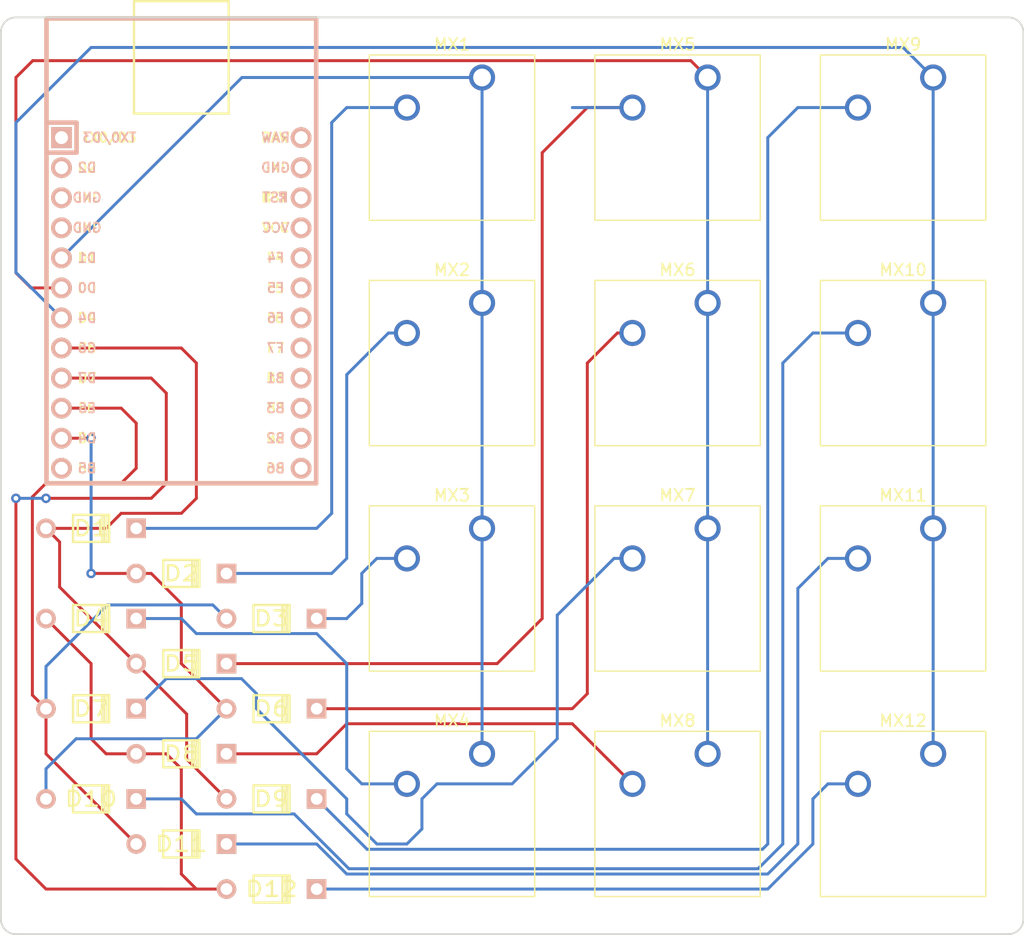
<source format=kicad_pcb>
(kicad_pcb (version 20171130) (host pcbnew 5.1.6-c6e7f7d~87~ubuntu20.04.1)

  (general
    (thickness 1.6)
    (drawings 8)
    (tracks 160)
    (zones 0)
    (modules 25)
    (nets 37)
  )

  (page A4)
  (layers
    (0 F.Cu signal)
    (31 B.Cu signal)
    (32 B.Adhes user)
    (33 F.Adhes user)
    (34 B.Paste user)
    (35 F.Paste user)
    (36 B.SilkS user)
    (37 F.SilkS user)
    (38 B.Mask user)
    (39 F.Mask user)
    (40 Dwgs.User user)
    (41 Cmts.User user)
    (42 Eco1.User user)
    (43 Eco2.User user)
    (44 Edge.Cuts user)
    (45 Margin user)
    (46 B.CrtYd user)
    (47 F.CrtYd user)
    (48 B.Fab user)
    (49 F.Fab user)
  )

  (setup
    (last_trace_width 0.25)
    (trace_clearance 0.2)
    (zone_clearance 0.508)
    (zone_45_only no)
    (trace_min 0.2)
    (via_size 0.8)
    (via_drill 0.4)
    (via_min_size 0.4)
    (via_min_drill 0.3)
    (uvia_size 0.3)
    (uvia_drill 0.1)
    (uvias_allowed no)
    (uvia_min_size 0.2)
    (uvia_min_drill 0.1)
    (edge_width 0.05)
    (segment_width 0.2)
    (pcb_text_width 0.3)
    (pcb_text_size 1.5 1.5)
    (mod_edge_width 0.12)
    (mod_text_size 1 1)
    (mod_text_width 0.15)
    (pad_size 1.524 1.524)
    (pad_drill 0.762)
    (pad_to_mask_clearance 0.05)
    (aux_axis_origin 0 0)
    (visible_elements FFFFFF7F)
    (pcbplotparams
      (layerselection 0x010fc_ffffffff)
      (usegerberextensions false)
      (usegerberattributes true)
      (usegerberadvancedattributes true)
      (creategerberjobfile true)
      (excludeedgelayer true)
      (linewidth 0.100000)
      (plotframeref false)
      (viasonmask false)
      (mode 1)
      (useauxorigin false)
      (hpglpennumber 1)
      (hpglpenspeed 20)
      (hpglpendiameter 15.000000)
      (psnegative false)
      (psa4output false)
      (plotreference true)
      (plotvalue true)
      (plotinvisibletext false)
      (padsonsilk false)
      (subtractmaskfromsilk false)
      (outputformat 1)
      (mirror false)
      (drillshape 1)
      (scaleselection 1)
      (outputdirectory ""))
  )

  (net 0 "")
  (net 1 "Net-(D1-Pad2)")
  (net 2 Row0)
  (net 3 "Net-(D2-Pad2)")
  (net 4 Row1)
  (net 5 "Net-(D3-Pad2)")
  (net 6 Row2)
  (net 7 "Net-(D4-Pad2)")
  (net 8 Row3)
  (net 9 "Net-(D5-Pad2)")
  (net 10 "Net-(D6-Pad2)")
  (net 11 "Net-(D7-Pad2)")
  (net 12 "Net-(D8-Pad2)")
  (net 13 "Net-(D9-Pad2)")
  (net 14 "Net-(D10-Pad2)")
  (net 15 "Net-(D11-Pad2)")
  (net 16 "Net-(D12-Pad2)")
  (net 17 Col0)
  (net 18 Col1)
  (net 19 Col2)
  (net 20 "Net-(U1-Pad24)")
  (net 21 "Net-(U1-Pad12)")
  (net 22 "Net-(U1-Pad23)")
  (net 23 "Net-(U1-Pad22)")
  (net 24 "Net-(U1-Pad21)")
  (net 25 "Net-(U1-Pad16)")
  (net 26 "Net-(U1-Pad15)")
  (net 27 "Net-(U1-Pad14)")
  (net 28 "Net-(U1-Pad13)")
  (net 29 "Net-(U1-Pad4)")
  (net 30 "Net-(U1-Pad3)")
  (net 31 "Net-(U1-Pad2)")
  (net 32 "Net-(U1-Pad1)")
  (net 33 "Net-(U1-Pad20)")
  (net 34 "Net-(U1-Pad19)")
  (net 35 "Net-(U1-Pad18)")
  (net 36 "Net-(U1-Pad17)")

  (net_class Default "This is the default net class."
    (clearance 0.2)
    (trace_width 0.25)
    (via_dia 0.8)
    (via_drill 0.4)
    (uvia_dia 0.3)
    (uvia_drill 0.1)
    (add_net Col0)
    (add_net Col1)
    (add_net Col2)
    (add_net "Net-(D1-Pad2)")
    (add_net "Net-(D10-Pad2)")
    (add_net "Net-(D11-Pad2)")
    (add_net "Net-(D12-Pad2)")
    (add_net "Net-(D2-Pad2)")
    (add_net "Net-(D3-Pad2)")
    (add_net "Net-(D4-Pad2)")
    (add_net "Net-(D5-Pad2)")
    (add_net "Net-(D6-Pad2)")
    (add_net "Net-(D7-Pad2)")
    (add_net "Net-(D8-Pad2)")
    (add_net "Net-(D9-Pad2)")
    (add_net "Net-(U1-Pad1)")
    (add_net "Net-(U1-Pad12)")
    (add_net "Net-(U1-Pad13)")
    (add_net "Net-(U1-Pad14)")
    (add_net "Net-(U1-Pad15)")
    (add_net "Net-(U1-Pad16)")
    (add_net "Net-(U1-Pad17)")
    (add_net "Net-(U1-Pad18)")
    (add_net "Net-(U1-Pad19)")
    (add_net "Net-(U1-Pad2)")
    (add_net "Net-(U1-Pad20)")
    (add_net "Net-(U1-Pad21)")
    (add_net "Net-(U1-Pad22)")
    (add_net "Net-(U1-Pad23)")
    (add_net "Net-(U1-Pad24)")
    (add_net "Net-(U1-Pad3)")
    (add_net "Net-(U1-Pad4)")
    (add_net Row0)
    (add_net Row1)
    (add_net Row2)
    (add_net Row3)
  )

  (module Button_Switch_Keyboard:SW_Cherry_MX_1.00u_PCB (layer F.Cu) (tedit 5A02FE24) (tstamp 5F4760AB)
    (at 97.79 82.55)
    (descr "Cherry MX keyswitch, 1.00u, PCB mount, http://cherryamericas.com/wp-content/uploads/2014/12/mx_cat.pdf")
    (tags "Cherry MX keyswitch 1.00u PCB")
    (path /5F3123C2)
    (fp_text reference MX7 (at -2.54 -2.794) (layer F.SilkS)
      (effects (font (size 1 1) (thickness 0.15)))
    )
    (fp_text value MX-NoLED (at -2.54 12.954) (layer F.Fab)
      (effects (font (size 1 1) (thickness 0.15)))
    )
    (fp_line (start -9.525 12.065) (end -9.525 -1.905) (layer F.SilkS) (width 0.12))
    (fp_line (start 4.445 12.065) (end -9.525 12.065) (layer F.SilkS) (width 0.12))
    (fp_line (start 4.445 -1.905) (end 4.445 12.065) (layer F.SilkS) (width 0.12))
    (fp_line (start -9.525 -1.905) (end 4.445 -1.905) (layer F.SilkS) (width 0.12))
    (fp_line (start -12.065 14.605) (end -12.065 -4.445) (layer Dwgs.User) (width 0.15))
    (fp_line (start 6.985 14.605) (end -12.065 14.605) (layer Dwgs.User) (width 0.15))
    (fp_line (start 6.985 -4.445) (end 6.985 14.605) (layer Dwgs.User) (width 0.15))
    (fp_line (start -12.065 -4.445) (end 6.985 -4.445) (layer Dwgs.User) (width 0.15))
    (fp_line (start -9.14 -1.52) (end 4.06 -1.52) (layer F.CrtYd) (width 0.05))
    (fp_line (start 4.06 -1.52) (end 4.06 11.68) (layer F.CrtYd) (width 0.05))
    (fp_line (start 4.06 11.68) (end -9.14 11.68) (layer F.CrtYd) (width 0.05))
    (fp_line (start -9.14 11.68) (end -9.14 -1.52) (layer F.CrtYd) (width 0.05))
    (fp_line (start -8.89 11.43) (end -8.89 -1.27) (layer F.Fab) (width 0.1))
    (fp_line (start 3.81 11.43) (end -8.89 11.43) (layer F.Fab) (width 0.1))
    (fp_line (start 3.81 -1.27) (end 3.81 11.43) (layer F.Fab) (width 0.1))
    (fp_line (start -8.89 -1.27) (end 3.81 -1.27) (layer F.Fab) (width 0.1))
    (fp_text user %R (at -2.54 -2.794) (layer F.Fab)
      (effects (font (size 1 1) (thickness 0.15)))
    )
    (pad "" np_thru_hole circle (at 2.54 5.08) (size 1.7 1.7) (drill 1.7) (layers *.Cu *.Mask))
    (pad "" np_thru_hole circle (at -7.62 5.08) (size 1.7 1.7) (drill 1.7) (layers *.Cu *.Mask))
    (pad "" np_thru_hole circle (at -2.54 5.08) (size 4 4) (drill 4) (layers *.Cu *.Mask))
    (pad 2 thru_hole circle (at -6.35 2.54) (size 2.2 2.2) (drill 1.5) (layers *.Cu *.Mask)
      (net 11 "Net-(D7-Pad2)"))
    (pad 1 thru_hole circle (at 0 0) (size 2.2 2.2) (drill 1.5) (layers *.Cu *.Mask)
      (net 18 Col1))
    (model ${KISYS3DMOD}/Button_Switch_Keyboard.3dshapes/SW_Cherry_MX_1.00u_PCB.wrl
      (at (xyz 0 0 0))
      (scale (xyz 1 1 1))
      (rotate (xyz 0 0 0))
    )
  )

  (module Keebio-Parts:ArduinoProMicro-Mini-USB (layer F.Cu) (tedit 5AFB3EFA) (tstamp 5F4762BB)
    (at 53.34 63.5 270)
    (path /5F30A3C6)
    (fp_text reference U1 (at 0 1.125 90) (layer F.SilkS) hide
      (effects (font (size 1.27 1.524) (thickness 0.2032)))
    )
    (fp_text value ProMicro (at 0 -1 90) (layer F.SilkS) hide
      (effects (font (size 1.27 1.524) (thickness 0.2032)))
    )
    (fp_line (start -25.5 4) (end -16 4) (layer F.SilkS) (width 0.2))
    (fp_line (start -25.5 -4) (end -25.5 4) (layer F.SilkS) (width 0.2))
    (fp_line (start -16 -4) (end -25.5 -4) (layer F.SilkS) (width 0.2))
    (fp_line (start -16 4) (end -16 -4) (layer F.SilkS) (width 0.2))
    (fp_line (start -15.24 8.85) (end -15.24 11.39) (layer B.SilkS) (width 0.381))
    (fp_line (start -15.24 8.85) (end -15.24 11.39) (layer F.SilkS) (width 0.381))
    (fp_line (start -24.04 -11.39) (end -24.04 11.39) (layer B.SilkS) (width 0.381))
    (fp_line (start -24.04 11.39) (end 15.24 11.39) (layer B.SilkS) (width 0.381))
    (fp_line (start 15.24 11.39) (end 15.24 -11.39) (layer B.SilkS) (width 0.381))
    (fp_line (start 15.24 -11.39) (end -24.04 -11.39) (layer B.SilkS) (width 0.381))
    (fp_poly (pts (xy -9.35097 -8.344635) (xy -9.25097 -8.344635) (xy -9.25097 -8.844635) (xy -9.35097 -8.844635)) (layer B.SilkS) (width 0.15))
    (fp_poly (pts (xy -9.35097 -8.344635) (xy -9.05097 -8.344635) (xy -9.05097 -8.444635) (xy -9.35097 -8.444635)) (layer B.SilkS) (width 0.15))
    (fp_poly (pts (xy -8.75097 -8.344635) (xy -8.55097 -8.344635) (xy -8.55097 -8.444635) (xy -8.75097 -8.444635)) (layer B.SilkS) (width 0.15))
    (fp_poly (pts (xy -9.35097 -8.744635) (xy -8.55097 -8.744635) (xy -8.55097 -8.844635) (xy -9.35097 -8.844635)) (layer B.SilkS) (width 0.15))
    (fp_poly (pts (xy -8.95097 -8.544635) (xy -8.85097 -8.544635) (xy -8.85097 -8.644635) (xy -8.95097 -8.644635)) (layer B.SilkS) (width 0.15))
    (fp_poly (pts (xy -8.76064 -7.431568) (xy -8.56064 -7.431568) (xy -8.56064 -7.331568) (xy -8.76064 -7.331568)) (layer F.SilkS) (width 0.15))
    (fp_poly (pts (xy -9.36064 -7.031568) (xy -8.56064 -7.031568) (xy -8.56064 -6.931568) (xy -9.36064 -6.931568)) (layer F.SilkS) (width 0.15))
    (fp_poly (pts (xy -9.36064 -7.431568) (xy -9.26064 -7.431568) (xy -9.26064 -6.931568) (xy -9.36064 -6.931568)) (layer F.SilkS) (width 0.15))
    (fp_poly (pts (xy -8.96064 -7.231568) (xy -8.86064 -7.231568) (xy -8.86064 -7.131568) (xy -8.96064 -7.131568)) (layer F.SilkS) (width 0.15))
    (fp_poly (pts (xy -9.36064 -7.431568) (xy -9.06064 -7.431568) (xy -9.06064 -7.331568) (xy -9.36064 -7.331568)) (layer F.SilkS) (width 0.15))
    (fp_line (start -12.7 8.85) (end -12.7 11.39) (layer F.SilkS) (width 0.381))
    (fp_line (start -15.24 8.85) (end -12.7 8.85) (layer F.SilkS) (width 0.381))
    (fp_line (start 15.24 -11.39) (end -24.04 -11.39) (layer F.SilkS) (width 0.381))
    (fp_line (start 15.24 11.39) (end 15.24 -11.39) (layer F.SilkS) (width 0.381))
    (fp_line (start -24.04 11.39) (end 15.24 11.39) (layer F.SilkS) (width 0.381))
    (fp_line (start -24.04 -11.39) (end -24.04 11.39) (layer F.SilkS) (width 0.381))
    (fp_line (start -15.24 8.85) (end -12.7 8.85) (layer B.SilkS) (width 0.381))
    (fp_line (start -12.7 8.85) (end -12.7 11.39) (layer B.SilkS) (width 0.381))
    (fp_text user ST (at -8.91 -7.54) (layer B.SilkS)
      (effects (font (size 0.8 0.8) (thickness 0.15)) (justify mirror))
    )
    (fp_text user TX0/D3 (at -13.97 6.071872) (layer F.SilkS)
      (effects (font (size 0.8 0.8) (thickness 0.15)))
    )
    (fp_text user TX0/D3 (at -13.97 6.071872) (layer B.SilkS)
      (effects (font (size 0.8 0.8) (thickness 0.15)) (justify mirror))
    )
    (fp_text user D2 (at -11.43 7.961) (layer F.SilkS)
      (effects (font (size 0.8 0.8) (thickness 0.15)))
    )
    (fp_text user D0 (at -1.27 7.961) (layer F.SilkS)
      (effects (font (size 0.8 0.8) (thickness 0.15)))
    )
    (fp_text user D1 (at -3.81 7.961) (layer F.SilkS)
      (effects (font (size 0.8 0.8) (thickness 0.15)))
    )
    (fp_text user GND (at -6.35 7.961) (layer F.SilkS)
      (effects (font (size 0.8 0.8) (thickness 0.15)))
    )
    (fp_text user GND (at -8.89 7.961) (layer F.SilkS)
      (effects (font (size 0.8 0.8) (thickness 0.15)))
    )
    (fp_text user D4 (at 1.27 7.961) (layer F.SilkS)
      (effects (font (size 0.8 0.8) (thickness 0.15)))
    )
    (fp_text user C6 (at 3.81 7.961) (layer F.SilkS)
      (effects (font (size 0.8 0.8) (thickness 0.15)))
    )
    (fp_text user D7 (at 6.35 7.961) (layer F.SilkS)
      (effects (font (size 0.8 0.8) (thickness 0.15)))
    )
    (fp_text user E6 (at 8.89 7.961) (layer F.SilkS)
      (effects (font (size 0.8 0.8) (thickness 0.15)))
    )
    (fp_text user B4 (at 11.43 7.961) (layer F.SilkS)
      (effects (font (size 0.8 0.8) (thickness 0.15)))
    )
    (fp_text user B5 (at 13.97 7.961) (layer F.SilkS)
      (effects (font (size 0.8 0.8) (thickness 0.15)))
    )
    (fp_text user B6 (at 13.97 -7.961) (layer F.SilkS)
      (effects (font (size 0.8 0.8) (thickness 0.15)))
    )
    (fp_text user B2 (at 11.43 -7.961) (layer B.SilkS)
      (effects (font (size 0.8 0.8) (thickness 0.15)) (justify mirror))
    )
    (fp_text user B3 (at 8.89 -7.961) (layer F.SilkS)
      (effects (font (size 0.8 0.8) (thickness 0.15)))
    )
    (fp_text user B1 (at 6.35 -7.961) (layer F.SilkS)
      (effects (font (size 0.8 0.8) (thickness 0.15)))
    )
    (fp_text user F7 (at 3.81 -7.961) (layer B.SilkS)
      (effects (font (size 0.8 0.8) (thickness 0.15)) (justify mirror))
    )
    (fp_text user F6 (at 1.27 -7.961) (layer B.SilkS)
      (effects (font (size 0.8 0.8) (thickness 0.15)) (justify mirror))
    )
    (fp_text user F5 (at -1.27 -7.961) (layer B.SilkS)
      (effects (font (size 0.8 0.8) (thickness 0.15)) (justify mirror))
    )
    (fp_text user F4 (at -3.81 -7.961) (layer F.SilkS)
      (effects (font (size 0.8 0.8) (thickness 0.15)))
    )
    (fp_text user VCC (at -6.35 -7.961) (layer F.SilkS)
      (effects (font (size 0.8 0.8) (thickness 0.15)))
    )
    (fp_text user ST (at -8.92 -8.23312) (layer F.SilkS)
      (effects (font (size 0.8 0.8) (thickness 0.15)))
    )
    (fp_text user GND (at -11.43 -7.961) (layer F.SilkS)
      (effects (font (size 0.8 0.8) (thickness 0.15)))
    )
    (fp_text user RAW (at -13.97 -7.961) (layer F.SilkS)
      (effects (font (size 0.8 0.8) (thickness 0.15)))
    )
    (fp_text user RAW (at -13.97 -7.961) (layer B.SilkS)
      (effects (font (size 0.8 0.8) (thickness 0.15)) (justify mirror))
    )
    (fp_text user GND (at -11.43 -7.961) (layer B.SilkS)
      (effects (font (size 0.8 0.8) (thickness 0.15)) (justify mirror))
    )
    (fp_text user VCC (at -6.35 -7.961) (layer B.SilkS)
      (effects (font (size 0.8 0.8) (thickness 0.15)) (justify mirror))
    )
    (fp_text user F4 (at -3.81 -7.961) (layer B.SilkS)
      (effects (font (size 0.8 0.8) (thickness 0.15)) (justify mirror))
    )
    (fp_text user F5 (at -1.27 -7.961) (layer F.SilkS)
      (effects (font (size 0.8 0.8) (thickness 0.15)))
    )
    (fp_text user F6 (at 1.27 -7.961) (layer F.SilkS)
      (effects (font (size 0.8 0.8) (thickness 0.15)))
    )
    (fp_text user F7 (at 3.81 -7.961) (layer F.SilkS)
      (effects (font (size 0.8 0.8) (thickness 0.15)))
    )
    (fp_text user B1 (at 6.35 -7.961) (layer B.SilkS)
      (effects (font (size 0.8 0.8) (thickness 0.15)) (justify mirror))
    )
    (fp_text user B3 (at 8.89 -7.961) (layer B.SilkS)
      (effects (font (size 0.8 0.8) (thickness 0.15)) (justify mirror))
    )
    (fp_text user B2 (at 11.43 -7.961) (layer F.SilkS)
      (effects (font (size 0.8 0.8) (thickness 0.15)))
    )
    (fp_text user B6 (at 13.97 -7.961) (layer B.SilkS)
      (effects (font (size 0.8 0.8) (thickness 0.15)) (justify mirror))
    )
    (fp_text user B5 (at 13.97 7.961) (layer B.SilkS)
      (effects (font (size 0.8 0.8) (thickness 0.15)) (justify mirror))
    )
    (fp_text user B4 (at 11.43 7.961) (layer B.SilkS)
      (effects (font (size 0.8 0.8) (thickness 0.15)) (justify mirror))
    )
    (fp_text user E6 (at 8.89 7.961) (layer B.SilkS)
      (effects (font (size 0.8 0.8) (thickness 0.15)) (justify mirror))
    )
    (fp_text user D7 (at 6.35 7.961) (layer B.SilkS)
      (effects (font (size 0.8 0.8) (thickness 0.15)) (justify mirror))
    )
    (fp_text user C6 (at 3.81 7.961) (layer B.SilkS)
      (effects (font (size 0.8 0.8) (thickness 0.15)) (justify mirror))
    )
    (fp_text user D4 (at 1.27 7.961) (layer B.SilkS)
      (effects (font (size 0.8 0.8) (thickness 0.15)) (justify mirror))
    )
    (fp_text user GND (at -8.89 7.961) (layer B.SilkS)
      (effects (font (size 0.8 0.8) (thickness 0.15)) (justify mirror))
    )
    (fp_text user GND (at -6.35 7.961) (layer B.SilkS)
      (effects (font (size 0.8 0.8) (thickness 0.15)) (justify mirror))
    )
    (fp_text user D1 (at -3.81 7.961) (layer B.SilkS)
      (effects (font (size 0.8 0.8) (thickness 0.15)) (justify mirror))
    )
    (fp_text user D0 (at -1.27 7.961) (layer B.SilkS)
      (effects (font (size 0.8 0.8) (thickness 0.15)) (justify mirror))
    )
    (fp_text user D2 (at -11.43 7.961) (layer B.SilkS)
      (effects (font (size 0.8 0.8) (thickness 0.15)) (justify mirror))
    )
    (pad 24 thru_hole circle (at -13.97 -10.12 270) (size 1.7526 1.7526) (drill 1.0922) (layers *.Cu *.SilkS *.Mask)
      (net 20 "Net-(U1-Pad24)"))
    (pad 12 thru_hole circle (at 13.97 10.12 270) (size 1.7526 1.7526) (drill 1.0922) (layers *.Cu *.SilkS *.Mask)
      (net 21 "Net-(U1-Pad12)"))
    (pad 23 thru_hole circle (at -11.43 -10.12 270) (size 1.7526 1.7526) (drill 1.0922) (layers *.Cu *.SilkS *.Mask)
      (net 22 "Net-(U1-Pad23)"))
    (pad 22 thru_hole circle (at -8.89 -10.12 270) (size 1.7526 1.7526) (drill 1.0922) (layers *.Cu *.SilkS *.Mask)
      (net 23 "Net-(U1-Pad22)"))
    (pad 21 thru_hole circle (at -6.35 -10.12 270) (size 1.7526 1.7526) (drill 1.0922) (layers *.Cu *.SilkS *.Mask)
      (net 24 "Net-(U1-Pad21)"))
    (pad 20 thru_hole circle (at -3.81 -10.12 270) (size 1.7526 1.7526) (drill 1.0922) (layers *.Cu *.SilkS *.Mask)
      (net 33 "Net-(U1-Pad20)"))
    (pad 19 thru_hole circle (at -1.27 -10.12 270) (size 1.7526 1.7526) (drill 1.0922) (layers *.Cu *.SilkS *.Mask)
      (net 34 "Net-(U1-Pad19)"))
    (pad 18 thru_hole circle (at 1.27 -10.12 270) (size 1.7526 1.7526) (drill 1.0922) (layers *.Cu *.SilkS *.Mask)
      (net 35 "Net-(U1-Pad18)"))
    (pad 17 thru_hole circle (at 3.81 -10.12 270) (size 1.7526 1.7526) (drill 1.0922) (layers *.Cu *.SilkS *.Mask)
      (net 36 "Net-(U1-Pad17)"))
    (pad 16 thru_hole circle (at 6.35 -10.12 270) (size 1.7526 1.7526) (drill 1.0922) (layers *.Cu *.SilkS *.Mask)
      (net 25 "Net-(U1-Pad16)"))
    (pad 15 thru_hole circle (at 8.89 -10.12 270) (size 1.7526 1.7526) (drill 1.0922) (layers *.Cu *.SilkS *.Mask)
      (net 26 "Net-(U1-Pad15)"))
    (pad 14 thru_hole circle (at 11.43 -10.12 270) (size 1.7526 1.7526) (drill 1.0922) (layers *.Cu *.SilkS *.Mask)
      (net 27 "Net-(U1-Pad14)"))
    (pad 13 thru_hole circle (at 13.97 -10.12 270) (size 1.7526 1.7526) (drill 1.0922) (layers *.Cu *.SilkS *.Mask)
      (net 28 "Net-(U1-Pad13)"))
    (pad 11 thru_hole circle (at 11.43 10.12 270) (size 1.7526 1.7526) (drill 1.0922) (layers *.Cu *.SilkS *.Mask)
      (net 4 Row1))
    (pad 10 thru_hole circle (at 8.89 10.12 270) (size 1.7526 1.7526) (drill 1.0922) (layers *.Cu *.SilkS *.Mask)
      (net 6 Row2))
    (pad 9 thru_hole circle (at 6.35 10.12 270) (size 1.7526 1.7526) (drill 1.0922) (layers *.Cu *.SilkS *.Mask)
      (net 8 Row3))
    (pad 8 thru_hole circle (at 3.81 10.12 270) (size 1.7526 1.7526) (drill 1.0922) (layers *.Cu *.SilkS *.Mask)
      (net 2 Row0))
    (pad 7 thru_hole circle (at 1.27 10.12 270) (size 1.7526 1.7526) (drill 1.0922) (layers *.Cu *.SilkS *.Mask)
      (net 19 Col2))
    (pad 6 thru_hole circle (at -1.27 10.12 270) (size 1.7526 1.7526) (drill 1.0922) (layers *.Cu *.SilkS *.Mask)
      (net 18 Col1))
    (pad 5 thru_hole circle (at -3.81 10.12 270) (size 1.7526 1.7526) (drill 1.0922) (layers *.Cu *.SilkS *.Mask)
      (net 17 Col0))
    (pad 4 thru_hole circle (at -6.35 10.12 270) (size 1.7526 1.7526) (drill 1.0922) (layers *.Cu *.SilkS *.Mask)
      (net 29 "Net-(U1-Pad4)"))
    (pad 3 thru_hole circle (at -8.89 10.12 270) (size 1.7526 1.7526) (drill 1.0922) (layers *.Cu *.SilkS *.Mask)
      (net 30 "Net-(U1-Pad3)"))
    (pad 2 thru_hole circle (at -11.43 10.12 270) (size 1.7526 1.7526) (drill 1.0922) (layers *.Cu *.SilkS *.Mask)
      (net 31 "Net-(U1-Pad2)"))
    (pad 1 thru_hole rect (at -13.97 10.12 270) (size 1.7526 1.7526) (drill 1.0922) (layers *.Cu *.SilkS *.Mask)
      (net 32 "Net-(U1-Pad1)"))
  )

  (module Button_Switch_Keyboard:SW_Cherry_MX_1.00u_PCB (layer F.Cu) (tedit 5A02FE24) (tstamp 5F47612D)
    (at 116.84 101.6)
    (descr "Cherry MX keyswitch, 1.00u, PCB mount, http://cherryamericas.com/wp-content/uploads/2014/12/mx_cat.pdf")
    (tags "Cherry MX keyswitch 1.00u PCB")
    (path /5F3123E0)
    (fp_text reference MX12 (at -2.54 -2.794) (layer F.SilkS)
      (effects (font (size 1 1) (thickness 0.15)))
    )
    (fp_text value MX-NoLED (at -2.54 12.954) (layer F.Fab)
      (effects (font (size 1 1) (thickness 0.15)))
    )
    (fp_line (start -9.525 12.065) (end -9.525 -1.905) (layer F.SilkS) (width 0.12))
    (fp_line (start 4.445 12.065) (end -9.525 12.065) (layer F.SilkS) (width 0.12))
    (fp_line (start 4.445 -1.905) (end 4.445 12.065) (layer F.SilkS) (width 0.12))
    (fp_line (start -9.525 -1.905) (end 4.445 -1.905) (layer F.SilkS) (width 0.12))
    (fp_line (start -12.065 14.605) (end -12.065 -4.445) (layer Dwgs.User) (width 0.15))
    (fp_line (start 6.985 14.605) (end -12.065 14.605) (layer Dwgs.User) (width 0.15))
    (fp_line (start 6.985 -4.445) (end 6.985 14.605) (layer Dwgs.User) (width 0.15))
    (fp_line (start -12.065 -4.445) (end 6.985 -4.445) (layer Dwgs.User) (width 0.15))
    (fp_line (start -9.14 -1.52) (end 4.06 -1.52) (layer F.CrtYd) (width 0.05))
    (fp_line (start 4.06 -1.52) (end 4.06 11.68) (layer F.CrtYd) (width 0.05))
    (fp_line (start 4.06 11.68) (end -9.14 11.68) (layer F.CrtYd) (width 0.05))
    (fp_line (start -9.14 11.68) (end -9.14 -1.52) (layer F.CrtYd) (width 0.05))
    (fp_line (start -8.89 11.43) (end -8.89 -1.27) (layer F.Fab) (width 0.1))
    (fp_line (start 3.81 11.43) (end -8.89 11.43) (layer F.Fab) (width 0.1))
    (fp_line (start 3.81 -1.27) (end 3.81 11.43) (layer F.Fab) (width 0.1))
    (fp_line (start -8.89 -1.27) (end 3.81 -1.27) (layer F.Fab) (width 0.1))
    (fp_text user %R (at -2.54 -2.794) (layer F.Fab)
      (effects (font (size 1 1) (thickness 0.15)))
    )
    (pad "" np_thru_hole circle (at 2.54 5.08) (size 1.7 1.7) (drill 1.7) (layers *.Cu *.Mask))
    (pad "" np_thru_hole circle (at -7.62 5.08) (size 1.7 1.7) (drill 1.7) (layers *.Cu *.Mask))
    (pad "" np_thru_hole circle (at -2.54 5.08) (size 4 4) (drill 4) (layers *.Cu *.Mask))
    (pad 2 thru_hole circle (at -6.35 2.54) (size 2.2 2.2) (drill 1.5) (layers *.Cu *.Mask)
      (net 16 "Net-(D12-Pad2)"))
    (pad 1 thru_hole circle (at 0 0) (size 2.2 2.2) (drill 1.5) (layers *.Cu *.Mask)
      (net 19 Col2))
    (model ${KISYS3DMOD}/Button_Switch_Keyboard.3dshapes/SW_Cherry_MX_1.00u_PCB.wrl
      (at (xyz 0 0 0))
      (scale (xyz 1 1 1))
      (rotate (xyz 0 0 0))
    )
  )

  (module Button_Switch_Keyboard:SW_Cherry_MX_1.00u_PCB (layer F.Cu) (tedit 5A02FE24) (tstamp 5F476113)
    (at 116.84 82.55)
    (descr "Cherry MX keyswitch, 1.00u, PCB mount, http://cherryamericas.com/wp-content/uploads/2014/12/mx_cat.pdf")
    (tags "Cherry MX keyswitch 1.00u PCB")
    (path /5F3123C8)
    (fp_text reference MX11 (at -2.54 -2.794) (layer F.SilkS)
      (effects (font (size 1 1) (thickness 0.15)))
    )
    (fp_text value MX-NoLED (at -2.54 12.954) (layer F.Fab)
      (effects (font (size 1 1) (thickness 0.15)))
    )
    (fp_line (start -9.525 12.065) (end -9.525 -1.905) (layer F.SilkS) (width 0.12))
    (fp_line (start 4.445 12.065) (end -9.525 12.065) (layer F.SilkS) (width 0.12))
    (fp_line (start 4.445 -1.905) (end 4.445 12.065) (layer F.SilkS) (width 0.12))
    (fp_line (start -9.525 -1.905) (end 4.445 -1.905) (layer F.SilkS) (width 0.12))
    (fp_line (start -12.065 14.605) (end -12.065 -4.445) (layer Dwgs.User) (width 0.15))
    (fp_line (start 6.985 14.605) (end -12.065 14.605) (layer Dwgs.User) (width 0.15))
    (fp_line (start 6.985 -4.445) (end 6.985 14.605) (layer Dwgs.User) (width 0.15))
    (fp_line (start -12.065 -4.445) (end 6.985 -4.445) (layer Dwgs.User) (width 0.15))
    (fp_line (start -9.14 -1.52) (end 4.06 -1.52) (layer F.CrtYd) (width 0.05))
    (fp_line (start 4.06 -1.52) (end 4.06 11.68) (layer F.CrtYd) (width 0.05))
    (fp_line (start 4.06 11.68) (end -9.14 11.68) (layer F.CrtYd) (width 0.05))
    (fp_line (start -9.14 11.68) (end -9.14 -1.52) (layer F.CrtYd) (width 0.05))
    (fp_line (start -8.89 11.43) (end -8.89 -1.27) (layer F.Fab) (width 0.1))
    (fp_line (start 3.81 11.43) (end -8.89 11.43) (layer F.Fab) (width 0.1))
    (fp_line (start 3.81 -1.27) (end 3.81 11.43) (layer F.Fab) (width 0.1))
    (fp_line (start -8.89 -1.27) (end 3.81 -1.27) (layer F.Fab) (width 0.1))
    (fp_text user %R (at -2.54 -2.794) (layer F.Fab)
      (effects (font (size 1 1) (thickness 0.15)))
    )
    (pad "" np_thru_hole circle (at 2.54 5.08) (size 1.7 1.7) (drill 1.7) (layers *.Cu *.Mask))
    (pad "" np_thru_hole circle (at -7.62 5.08) (size 1.7 1.7) (drill 1.7) (layers *.Cu *.Mask))
    (pad "" np_thru_hole circle (at -2.54 5.08) (size 4 4) (drill 4) (layers *.Cu *.Mask))
    (pad 2 thru_hole circle (at -6.35 2.54) (size 2.2 2.2) (drill 1.5) (layers *.Cu *.Mask)
      (net 15 "Net-(D11-Pad2)"))
    (pad 1 thru_hole circle (at 0 0) (size 2.2 2.2) (drill 1.5) (layers *.Cu *.Mask)
      (net 19 Col2))
    (model ${KISYS3DMOD}/Button_Switch_Keyboard.3dshapes/SW_Cherry_MX_1.00u_PCB.wrl
      (at (xyz 0 0 0))
      (scale (xyz 1 1 1))
      (rotate (xyz 0 0 0))
    )
  )

  (module Button_Switch_Keyboard:SW_Cherry_MX_1.00u_PCB (layer F.Cu) (tedit 5A02FE24) (tstamp 5F4760F9)
    (at 116.84 63.5)
    (descr "Cherry MX keyswitch, 1.00u, PCB mount, http://cherryamericas.com/wp-content/uploads/2014/12/mx_cat.pdf")
    (tags "Cherry MX keyswitch 1.00u PCB")
    (path /5F30E450)
    (fp_text reference MX10 (at -2.54 -2.794) (layer F.SilkS)
      (effects (font (size 1 1) (thickness 0.15)))
    )
    (fp_text value MX-NoLED (at -2.54 12.954) (layer F.Fab)
      (effects (font (size 1 1) (thickness 0.15)))
    )
    (fp_line (start -9.525 12.065) (end -9.525 -1.905) (layer F.SilkS) (width 0.12))
    (fp_line (start 4.445 12.065) (end -9.525 12.065) (layer F.SilkS) (width 0.12))
    (fp_line (start 4.445 -1.905) (end 4.445 12.065) (layer F.SilkS) (width 0.12))
    (fp_line (start -9.525 -1.905) (end 4.445 -1.905) (layer F.SilkS) (width 0.12))
    (fp_line (start -12.065 14.605) (end -12.065 -4.445) (layer Dwgs.User) (width 0.15))
    (fp_line (start 6.985 14.605) (end -12.065 14.605) (layer Dwgs.User) (width 0.15))
    (fp_line (start 6.985 -4.445) (end 6.985 14.605) (layer Dwgs.User) (width 0.15))
    (fp_line (start -12.065 -4.445) (end 6.985 -4.445) (layer Dwgs.User) (width 0.15))
    (fp_line (start -9.14 -1.52) (end 4.06 -1.52) (layer F.CrtYd) (width 0.05))
    (fp_line (start 4.06 -1.52) (end 4.06 11.68) (layer F.CrtYd) (width 0.05))
    (fp_line (start 4.06 11.68) (end -9.14 11.68) (layer F.CrtYd) (width 0.05))
    (fp_line (start -9.14 11.68) (end -9.14 -1.52) (layer F.CrtYd) (width 0.05))
    (fp_line (start -8.89 11.43) (end -8.89 -1.27) (layer F.Fab) (width 0.1))
    (fp_line (start 3.81 11.43) (end -8.89 11.43) (layer F.Fab) (width 0.1))
    (fp_line (start 3.81 -1.27) (end 3.81 11.43) (layer F.Fab) (width 0.1))
    (fp_line (start -8.89 -1.27) (end 3.81 -1.27) (layer F.Fab) (width 0.1))
    (fp_text user %R (at -2.54 -2.794) (layer F.Fab)
      (effects (font (size 1 1) (thickness 0.15)))
    )
    (pad "" np_thru_hole circle (at 2.54 5.08) (size 1.7 1.7) (drill 1.7) (layers *.Cu *.Mask))
    (pad "" np_thru_hole circle (at -7.62 5.08) (size 1.7 1.7) (drill 1.7) (layers *.Cu *.Mask))
    (pad "" np_thru_hole circle (at -2.54 5.08) (size 4 4) (drill 4) (layers *.Cu *.Mask))
    (pad 2 thru_hole circle (at -6.35 2.54) (size 2.2 2.2) (drill 1.5) (layers *.Cu *.Mask)
      (net 14 "Net-(D10-Pad2)"))
    (pad 1 thru_hole circle (at 0 0) (size 2.2 2.2) (drill 1.5) (layers *.Cu *.Mask)
      (net 19 Col2))
    (model ${KISYS3DMOD}/Button_Switch_Keyboard.3dshapes/SW_Cherry_MX_1.00u_PCB.wrl
      (at (xyz 0 0 0))
      (scale (xyz 1 1 1))
      (rotate (xyz 0 0 0))
    )
  )

  (module Button_Switch_Keyboard:SW_Cherry_MX_1.00u_PCB (layer F.Cu) (tedit 5A02FE24) (tstamp 5F4760DF)
    (at 116.84 44.45)
    (descr "Cherry MX keyswitch, 1.00u, PCB mount, http://cherryamericas.com/wp-content/uploads/2014/12/mx_cat.pdf")
    (tags "Cherry MX keyswitch 1.00u PCB")
    (path /5F30D27F)
    (fp_text reference MX9 (at -2.54 -2.794) (layer F.SilkS)
      (effects (font (size 1 1) (thickness 0.15)))
    )
    (fp_text value MX-NoLED (at -2.54 12.954) (layer F.Fab)
      (effects (font (size 1 1) (thickness 0.15)))
    )
    (fp_line (start -9.525 12.065) (end -9.525 -1.905) (layer F.SilkS) (width 0.12))
    (fp_line (start 4.445 12.065) (end -9.525 12.065) (layer F.SilkS) (width 0.12))
    (fp_line (start 4.445 -1.905) (end 4.445 12.065) (layer F.SilkS) (width 0.12))
    (fp_line (start -9.525 -1.905) (end 4.445 -1.905) (layer F.SilkS) (width 0.12))
    (fp_line (start -12.065 14.605) (end -12.065 -4.445) (layer Dwgs.User) (width 0.15))
    (fp_line (start 6.985 14.605) (end -12.065 14.605) (layer Dwgs.User) (width 0.15))
    (fp_line (start 6.985 -4.445) (end 6.985 14.605) (layer Dwgs.User) (width 0.15))
    (fp_line (start -12.065 -4.445) (end 6.985 -4.445) (layer Dwgs.User) (width 0.15))
    (fp_line (start -9.14 -1.52) (end 4.06 -1.52) (layer F.CrtYd) (width 0.05))
    (fp_line (start 4.06 -1.52) (end 4.06 11.68) (layer F.CrtYd) (width 0.05))
    (fp_line (start 4.06 11.68) (end -9.14 11.68) (layer F.CrtYd) (width 0.05))
    (fp_line (start -9.14 11.68) (end -9.14 -1.52) (layer F.CrtYd) (width 0.05))
    (fp_line (start -8.89 11.43) (end -8.89 -1.27) (layer F.Fab) (width 0.1))
    (fp_line (start 3.81 11.43) (end -8.89 11.43) (layer F.Fab) (width 0.1))
    (fp_line (start 3.81 -1.27) (end 3.81 11.43) (layer F.Fab) (width 0.1))
    (fp_line (start -8.89 -1.27) (end 3.81 -1.27) (layer F.Fab) (width 0.1))
    (fp_text user %R (at -2.54 -2.794) (layer F.Fab)
      (effects (font (size 1 1) (thickness 0.15)))
    )
    (pad "" np_thru_hole circle (at 2.54 5.08) (size 1.7 1.7) (drill 1.7) (layers *.Cu *.Mask))
    (pad "" np_thru_hole circle (at -7.62 5.08) (size 1.7 1.7) (drill 1.7) (layers *.Cu *.Mask))
    (pad "" np_thru_hole circle (at -2.54 5.08) (size 4 4) (drill 4) (layers *.Cu *.Mask))
    (pad 2 thru_hole circle (at -6.35 2.54) (size 2.2 2.2) (drill 1.5) (layers *.Cu *.Mask)
      (net 13 "Net-(D9-Pad2)"))
    (pad 1 thru_hole circle (at 0 0) (size 2.2 2.2) (drill 1.5) (layers *.Cu *.Mask)
      (net 19 Col2))
    (model ${KISYS3DMOD}/Button_Switch_Keyboard.3dshapes/SW_Cherry_MX_1.00u_PCB.wrl
      (at (xyz 0 0 0))
      (scale (xyz 1 1 1))
      (rotate (xyz 0 0 0))
    )
  )

  (module Button_Switch_Keyboard:SW_Cherry_MX_1.00u_PCB (layer F.Cu) (tedit 5A02FE24) (tstamp 5F4760C5)
    (at 97.79 101.6)
    (descr "Cherry MX keyswitch, 1.00u, PCB mount, http://cherryamericas.com/wp-content/uploads/2014/12/mx_cat.pdf")
    (tags "Cherry MX keyswitch 1.00u PCB")
    (path /5F3123DA)
    (fp_text reference MX8 (at -2.54 -2.794) (layer F.SilkS)
      (effects (font (size 1 1) (thickness 0.15)))
    )
    (fp_text value MX-NoLED (at -2.54 12.954) (layer F.Fab)
      (effects (font (size 1 1) (thickness 0.15)))
    )
    (fp_line (start -9.525 12.065) (end -9.525 -1.905) (layer F.SilkS) (width 0.12))
    (fp_line (start 4.445 12.065) (end -9.525 12.065) (layer F.SilkS) (width 0.12))
    (fp_line (start 4.445 -1.905) (end 4.445 12.065) (layer F.SilkS) (width 0.12))
    (fp_line (start -9.525 -1.905) (end 4.445 -1.905) (layer F.SilkS) (width 0.12))
    (fp_line (start -12.065 14.605) (end -12.065 -4.445) (layer Dwgs.User) (width 0.15))
    (fp_line (start 6.985 14.605) (end -12.065 14.605) (layer Dwgs.User) (width 0.15))
    (fp_line (start 6.985 -4.445) (end 6.985 14.605) (layer Dwgs.User) (width 0.15))
    (fp_line (start -12.065 -4.445) (end 6.985 -4.445) (layer Dwgs.User) (width 0.15))
    (fp_line (start -9.14 -1.52) (end 4.06 -1.52) (layer F.CrtYd) (width 0.05))
    (fp_line (start 4.06 -1.52) (end 4.06 11.68) (layer F.CrtYd) (width 0.05))
    (fp_line (start 4.06 11.68) (end -9.14 11.68) (layer F.CrtYd) (width 0.05))
    (fp_line (start -9.14 11.68) (end -9.14 -1.52) (layer F.CrtYd) (width 0.05))
    (fp_line (start -8.89 11.43) (end -8.89 -1.27) (layer F.Fab) (width 0.1))
    (fp_line (start 3.81 11.43) (end -8.89 11.43) (layer F.Fab) (width 0.1))
    (fp_line (start 3.81 -1.27) (end 3.81 11.43) (layer F.Fab) (width 0.1))
    (fp_line (start -8.89 -1.27) (end 3.81 -1.27) (layer F.Fab) (width 0.1))
    (fp_text user %R (at -2.54 -2.794) (layer F.Fab)
      (effects (font (size 1 1) (thickness 0.15)))
    )
    (pad "" np_thru_hole circle (at 2.54 5.08) (size 1.7 1.7) (drill 1.7) (layers *.Cu *.Mask))
    (pad "" np_thru_hole circle (at -7.62 5.08) (size 1.7 1.7) (drill 1.7) (layers *.Cu *.Mask))
    (pad "" np_thru_hole circle (at -2.54 5.08) (size 4 4) (drill 4) (layers *.Cu *.Mask))
    (pad 2 thru_hole circle (at -6.35 2.54) (size 2.2 2.2) (drill 1.5) (layers *.Cu *.Mask)
      (net 12 "Net-(D8-Pad2)"))
    (pad 1 thru_hole circle (at 0 0) (size 2.2 2.2) (drill 1.5) (layers *.Cu *.Mask)
      (net 18 Col1))
    (model ${KISYS3DMOD}/Button_Switch_Keyboard.3dshapes/SW_Cherry_MX_1.00u_PCB.wrl
      (at (xyz 0 0 0))
      (scale (xyz 1 1 1))
      (rotate (xyz 0 0 0))
    )
  )

  (module Button_Switch_Keyboard:SW_Cherry_MX_1.00u_PCB (layer F.Cu) (tedit 5A02FE24) (tstamp 5F476091)
    (at 97.79 63.5)
    (descr "Cherry MX keyswitch, 1.00u, PCB mount, http://cherryamericas.com/wp-content/uploads/2014/12/mx_cat.pdf")
    (tags "Cherry MX keyswitch 1.00u PCB")
    (path /5F30E01F)
    (fp_text reference MX6 (at -2.54 -2.794) (layer F.SilkS)
      (effects (font (size 1 1) (thickness 0.15)))
    )
    (fp_text value MX-NoLED (at -2.54 12.954) (layer F.Fab)
      (effects (font (size 1 1) (thickness 0.15)))
    )
    (fp_line (start -9.525 12.065) (end -9.525 -1.905) (layer F.SilkS) (width 0.12))
    (fp_line (start 4.445 12.065) (end -9.525 12.065) (layer F.SilkS) (width 0.12))
    (fp_line (start 4.445 -1.905) (end 4.445 12.065) (layer F.SilkS) (width 0.12))
    (fp_line (start -9.525 -1.905) (end 4.445 -1.905) (layer F.SilkS) (width 0.12))
    (fp_line (start -12.065 14.605) (end -12.065 -4.445) (layer Dwgs.User) (width 0.15))
    (fp_line (start 6.985 14.605) (end -12.065 14.605) (layer Dwgs.User) (width 0.15))
    (fp_line (start 6.985 -4.445) (end 6.985 14.605) (layer Dwgs.User) (width 0.15))
    (fp_line (start -12.065 -4.445) (end 6.985 -4.445) (layer Dwgs.User) (width 0.15))
    (fp_line (start -9.14 -1.52) (end 4.06 -1.52) (layer F.CrtYd) (width 0.05))
    (fp_line (start 4.06 -1.52) (end 4.06 11.68) (layer F.CrtYd) (width 0.05))
    (fp_line (start 4.06 11.68) (end -9.14 11.68) (layer F.CrtYd) (width 0.05))
    (fp_line (start -9.14 11.68) (end -9.14 -1.52) (layer F.CrtYd) (width 0.05))
    (fp_line (start -8.89 11.43) (end -8.89 -1.27) (layer F.Fab) (width 0.1))
    (fp_line (start 3.81 11.43) (end -8.89 11.43) (layer F.Fab) (width 0.1))
    (fp_line (start 3.81 -1.27) (end 3.81 11.43) (layer F.Fab) (width 0.1))
    (fp_line (start -8.89 -1.27) (end 3.81 -1.27) (layer F.Fab) (width 0.1))
    (fp_text user %R (at -2.54 -2.794) (layer F.Fab)
      (effects (font (size 1 1) (thickness 0.15)))
    )
    (pad "" np_thru_hole circle (at 2.54 5.08) (size 1.7 1.7) (drill 1.7) (layers *.Cu *.Mask))
    (pad "" np_thru_hole circle (at -7.62 5.08) (size 1.7 1.7) (drill 1.7) (layers *.Cu *.Mask))
    (pad "" np_thru_hole circle (at -2.54 5.08) (size 4 4) (drill 4) (layers *.Cu *.Mask))
    (pad 2 thru_hole circle (at -6.35 2.54) (size 2.2 2.2) (drill 1.5) (layers *.Cu *.Mask)
      (net 10 "Net-(D6-Pad2)"))
    (pad 1 thru_hole circle (at 0 0) (size 2.2 2.2) (drill 1.5) (layers *.Cu *.Mask)
      (net 18 Col1))
    (model ${KISYS3DMOD}/Button_Switch_Keyboard.3dshapes/SW_Cherry_MX_1.00u_PCB.wrl
      (at (xyz 0 0 0))
      (scale (xyz 1 1 1))
      (rotate (xyz 0 0 0))
    )
  )

  (module Button_Switch_Keyboard:SW_Cherry_MX_1.00u_PCB (layer F.Cu) (tedit 5A02FE24) (tstamp 5F476077)
    (at 97.79 44.45)
    (descr "Cherry MX keyswitch, 1.00u, PCB mount, http://cherryamericas.com/wp-content/uploads/2014/12/mx_cat.pdf")
    (tags "Cherry MX keyswitch 1.00u PCB")
    (path /5F30CF10)
    (fp_text reference MX5 (at -2.54 -2.794) (layer F.SilkS)
      (effects (font (size 1 1) (thickness 0.15)))
    )
    (fp_text value MX-NoLED (at -2.54 12.954) (layer F.Fab)
      (effects (font (size 1 1) (thickness 0.15)))
    )
    (fp_line (start -9.525 12.065) (end -9.525 -1.905) (layer F.SilkS) (width 0.12))
    (fp_line (start 4.445 12.065) (end -9.525 12.065) (layer F.SilkS) (width 0.12))
    (fp_line (start 4.445 -1.905) (end 4.445 12.065) (layer F.SilkS) (width 0.12))
    (fp_line (start -9.525 -1.905) (end 4.445 -1.905) (layer F.SilkS) (width 0.12))
    (fp_line (start -12.065 14.605) (end -12.065 -4.445) (layer Dwgs.User) (width 0.15))
    (fp_line (start 6.985 14.605) (end -12.065 14.605) (layer Dwgs.User) (width 0.15))
    (fp_line (start 6.985 -4.445) (end 6.985 14.605) (layer Dwgs.User) (width 0.15))
    (fp_line (start -12.065 -4.445) (end 6.985 -4.445) (layer Dwgs.User) (width 0.15))
    (fp_line (start -9.14 -1.52) (end 4.06 -1.52) (layer F.CrtYd) (width 0.05))
    (fp_line (start 4.06 -1.52) (end 4.06 11.68) (layer F.CrtYd) (width 0.05))
    (fp_line (start 4.06 11.68) (end -9.14 11.68) (layer F.CrtYd) (width 0.05))
    (fp_line (start -9.14 11.68) (end -9.14 -1.52) (layer F.CrtYd) (width 0.05))
    (fp_line (start -8.89 11.43) (end -8.89 -1.27) (layer F.Fab) (width 0.1))
    (fp_line (start 3.81 11.43) (end -8.89 11.43) (layer F.Fab) (width 0.1))
    (fp_line (start 3.81 -1.27) (end 3.81 11.43) (layer F.Fab) (width 0.1))
    (fp_line (start -8.89 -1.27) (end 3.81 -1.27) (layer F.Fab) (width 0.1))
    (fp_text user %R (at -2.54 -2.794) (layer F.Fab)
      (effects (font (size 1 1) (thickness 0.15)))
    )
    (pad "" np_thru_hole circle (at 2.54 5.08) (size 1.7 1.7) (drill 1.7) (layers *.Cu *.Mask))
    (pad "" np_thru_hole circle (at -7.62 5.08) (size 1.7 1.7) (drill 1.7) (layers *.Cu *.Mask))
    (pad "" np_thru_hole circle (at -2.54 5.08) (size 4 4) (drill 4) (layers *.Cu *.Mask))
    (pad 2 thru_hole circle (at -6.35 2.54) (size 2.2 2.2) (drill 1.5) (layers *.Cu *.Mask)
      (net 9 "Net-(D5-Pad2)"))
    (pad 1 thru_hole circle (at 0 0) (size 2.2 2.2) (drill 1.5) (layers *.Cu *.Mask)
      (net 18 Col1))
    (model ${KISYS3DMOD}/Button_Switch_Keyboard.3dshapes/SW_Cherry_MX_1.00u_PCB.wrl
      (at (xyz 0 0 0))
      (scale (xyz 1 1 1))
      (rotate (xyz 0 0 0))
    )
  )

  (module Button_Switch_Keyboard:SW_Cherry_MX_1.00u_PCB (layer F.Cu) (tedit 5A02FE24) (tstamp 5F47605D)
    (at 78.74 101.6)
    (descr "Cherry MX keyswitch, 1.00u, PCB mount, http://cherryamericas.com/wp-content/uploads/2014/12/mx_cat.pdf")
    (tags "Cherry MX keyswitch 1.00u PCB")
    (path /5F3123D4)
    (fp_text reference MX4 (at -2.54 -2.794) (layer F.SilkS)
      (effects (font (size 1 1) (thickness 0.15)))
    )
    (fp_text value MX-NoLED (at -2.54 12.954) (layer F.Fab)
      (effects (font (size 1 1) (thickness 0.15)))
    )
    (fp_line (start -9.525 12.065) (end -9.525 -1.905) (layer F.SilkS) (width 0.12))
    (fp_line (start 4.445 12.065) (end -9.525 12.065) (layer F.SilkS) (width 0.12))
    (fp_line (start 4.445 -1.905) (end 4.445 12.065) (layer F.SilkS) (width 0.12))
    (fp_line (start -9.525 -1.905) (end 4.445 -1.905) (layer F.SilkS) (width 0.12))
    (fp_line (start -12.065 14.605) (end -12.065 -4.445) (layer Dwgs.User) (width 0.15))
    (fp_line (start 6.985 14.605) (end -12.065 14.605) (layer Dwgs.User) (width 0.15))
    (fp_line (start 6.985 -4.445) (end 6.985 14.605) (layer Dwgs.User) (width 0.15))
    (fp_line (start -12.065 -4.445) (end 6.985 -4.445) (layer Dwgs.User) (width 0.15))
    (fp_line (start -9.14 -1.52) (end 4.06 -1.52) (layer F.CrtYd) (width 0.05))
    (fp_line (start 4.06 -1.52) (end 4.06 11.68) (layer F.CrtYd) (width 0.05))
    (fp_line (start 4.06 11.68) (end -9.14 11.68) (layer F.CrtYd) (width 0.05))
    (fp_line (start -9.14 11.68) (end -9.14 -1.52) (layer F.CrtYd) (width 0.05))
    (fp_line (start -8.89 11.43) (end -8.89 -1.27) (layer F.Fab) (width 0.1))
    (fp_line (start 3.81 11.43) (end -8.89 11.43) (layer F.Fab) (width 0.1))
    (fp_line (start 3.81 -1.27) (end 3.81 11.43) (layer F.Fab) (width 0.1))
    (fp_line (start -8.89 -1.27) (end 3.81 -1.27) (layer F.Fab) (width 0.1))
    (fp_text user %R (at -2.54 -2.794) (layer F.Fab)
      (effects (font (size 1 1) (thickness 0.15)))
    )
    (pad "" np_thru_hole circle (at 2.54 5.08) (size 1.7 1.7) (drill 1.7) (layers *.Cu *.Mask))
    (pad "" np_thru_hole circle (at -7.62 5.08) (size 1.7 1.7) (drill 1.7) (layers *.Cu *.Mask))
    (pad "" np_thru_hole circle (at -2.54 5.08) (size 4 4) (drill 4) (layers *.Cu *.Mask))
    (pad 2 thru_hole circle (at -6.35 2.54) (size 2.2 2.2) (drill 1.5) (layers *.Cu *.Mask)
      (net 7 "Net-(D4-Pad2)"))
    (pad 1 thru_hole circle (at 0 0) (size 2.2 2.2) (drill 1.5) (layers *.Cu *.Mask)
      (net 17 Col0))
    (model ${KISYS3DMOD}/Button_Switch_Keyboard.3dshapes/SW_Cherry_MX_1.00u_PCB.wrl
      (at (xyz 0 0 0))
      (scale (xyz 1 1 1))
      (rotate (xyz 0 0 0))
    )
  )

  (module Button_Switch_Keyboard:SW_Cherry_MX_1.00u_PCB (layer F.Cu) (tedit 5A02FE24) (tstamp 5F476043)
    (at 78.74 82.55)
    (descr "Cherry MX keyswitch, 1.00u, PCB mount, http://cherryamericas.com/wp-content/uploads/2014/12/mx_cat.pdf")
    (tags "Cherry MX keyswitch 1.00u PCB")
    (path /5F3123BC)
    (fp_text reference MX3 (at -2.54 -2.794) (layer F.SilkS)
      (effects (font (size 1 1) (thickness 0.15)))
    )
    (fp_text value MX-NoLED (at -2.54 12.954) (layer F.Fab)
      (effects (font (size 1 1) (thickness 0.15)))
    )
    (fp_line (start -9.525 12.065) (end -9.525 -1.905) (layer F.SilkS) (width 0.12))
    (fp_line (start 4.445 12.065) (end -9.525 12.065) (layer F.SilkS) (width 0.12))
    (fp_line (start 4.445 -1.905) (end 4.445 12.065) (layer F.SilkS) (width 0.12))
    (fp_line (start -9.525 -1.905) (end 4.445 -1.905) (layer F.SilkS) (width 0.12))
    (fp_line (start -12.065 14.605) (end -12.065 -4.445) (layer Dwgs.User) (width 0.15))
    (fp_line (start 6.985 14.605) (end -12.065 14.605) (layer Dwgs.User) (width 0.15))
    (fp_line (start 6.985 -4.445) (end 6.985 14.605) (layer Dwgs.User) (width 0.15))
    (fp_line (start -12.065 -4.445) (end 6.985 -4.445) (layer Dwgs.User) (width 0.15))
    (fp_line (start -9.14 -1.52) (end 4.06 -1.52) (layer F.CrtYd) (width 0.05))
    (fp_line (start 4.06 -1.52) (end 4.06 11.68) (layer F.CrtYd) (width 0.05))
    (fp_line (start 4.06 11.68) (end -9.14 11.68) (layer F.CrtYd) (width 0.05))
    (fp_line (start -9.14 11.68) (end -9.14 -1.52) (layer F.CrtYd) (width 0.05))
    (fp_line (start -8.89 11.43) (end -8.89 -1.27) (layer F.Fab) (width 0.1))
    (fp_line (start 3.81 11.43) (end -8.89 11.43) (layer F.Fab) (width 0.1))
    (fp_line (start 3.81 -1.27) (end 3.81 11.43) (layer F.Fab) (width 0.1))
    (fp_line (start -8.89 -1.27) (end 3.81 -1.27) (layer F.Fab) (width 0.1))
    (fp_text user %R (at -2.54 -2.794) (layer F.Fab)
      (effects (font (size 1 1) (thickness 0.15)))
    )
    (pad "" np_thru_hole circle (at 2.54 5.08) (size 1.7 1.7) (drill 1.7) (layers *.Cu *.Mask))
    (pad "" np_thru_hole circle (at -7.62 5.08) (size 1.7 1.7) (drill 1.7) (layers *.Cu *.Mask))
    (pad "" np_thru_hole circle (at -2.54 5.08) (size 4 4) (drill 4) (layers *.Cu *.Mask))
    (pad 2 thru_hole circle (at -6.35 2.54) (size 2.2 2.2) (drill 1.5) (layers *.Cu *.Mask)
      (net 5 "Net-(D3-Pad2)"))
    (pad 1 thru_hole circle (at 0 0) (size 2.2 2.2) (drill 1.5) (layers *.Cu *.Mask)
      (net 17 Col0))
    (model ${KISYS3DMOD}/Button_Switch_Keyboard.3dshapes/SW_Cherry_MX_1.00u_PCB.wrl
      (at (xyz 0 0 0))
      (scale (xyz 1 1 1))
      (rotate (xyz 0 0 0))
    )
  )

  (module Button_Switch_Keyboard:SW_Cherry_MX_1.00u_PCB (layer F.Cu) (tedit 5A02FE24) (tstamp 5F476029)
    (at 78.74 63.5)
    (descr "Cherry MX keyswitch, 1.00u, PCB mount, http://cherryamericas.com/wp-content/uploads/2014/12/mx_cat.pdf")
    (tags "Cherry MX keyswitch 1.00u PCB")
    (path /5F30DB09)
    (fp_text reference MX2 (at -2.54 -2.794) (layer F.SilkS)
      (effects (font (size 1 1) (thickness 0.15)))
    )
    (fp_text value MX-NoLED (at -2.54 12.954) (layer F.Fab)
      (effects (font (size 1 1) (thickness 0.15)))
    )
    (fp_line (start -9.525 12.065) (end -9.525 -1.905) (layer F.SilkS) (width 0.12))
    (fp_line (start 4.445 12.065) (end -9.525 12.065) (layer F.SilkS) (width 0.12))
    (fp_line (start 4.445 -1.905) (end 4.445 12.065) (layer F.SilkS) (width 0.12))
    (fp_line (start -9.525 -1.905) (end 4.445 -1.905) (layer F.SilkS) (width 0.12))
    (fp_line (start -12.065 14.605) (end -12.065 -4.445) (layer Dwgs.User) (width 0.15))
    (fp_line (start 6.985 14.605) (end -12.065 14.605) (layer Dwgs.User) (width 0.15))
    (fp_line (start 6.985 -4.445) (end 6.985 14.605) (layer Dwgs.User) (width 0.15))
    (fp_line (start -12.065 -4.445) (end 6.985 -4.445) (layer Dwgs.User) (width 0.15))
    (fp_line (start -9.14 -1.52) (end 4.06 -1.52) (layer F.CrtYd) (width 0.05))
    (fp_line (start 4.06 -1.52) (end 4.06 11.68) (layer F.CrtYd) (width 0.05))
    (fp_line (start 4.06 11.68) (end -9.14 11.68) (layer F.CrtYd) (width 0.05))
    (fp_line (start -9.14 11.68) (end -9.14 -1.52) (layer F.CrtYd) (width 0.05))
    (fp_line (start -8.89 11.43) (end -8.89 -1.27) (layer F.Fab) (width 0.1))
    (fp_line (start 3.81 11.43) (end -8.89 11.43) (layer F.Fab) (width 0.1))
    (fp_line (start 3.81 -1.27) (end 3.81 11.43) (layer F.Fab) (width 0.1))
    (fp_line (start -8.89 -1.27) (end 3.81 -1.27) (layer F.Fab) (width 0.1))
    (fp_text user %R (at -2.54 -2.794) (layer F.Fab)
      (effects (font (size 1 1) (thickness 0.15)))
    )
    (pad "" np_thru_hole circle (at 2.54 5.08) (size 1.7 1.7) (drill 1.7) (layers *.Cu *.Mask))
    (pad "" np_thru_hole circle (at -7.62 5.08) (size 1.7 1.7) (drill 1.7) (layers *.Cu *.Mask))
    (pad "" np_thru_hole circle (at -2.54 5.08) (size 4 4) (drill 4) (layers *.Cu *.Mask))
    (pad 2 thru_hole circle (at -6.35 2.54) (size 2.2 2.2) (drill 1.5) (layers *.Cu *.Mask)
      (net 3 "Net-(D2-Pad2)"))
    (pad 1 thru_hole circle (at 0 0) (size 2.2 2.2) (drill 1.5) (layers *.Cu *.Mask)
      (net 17 Col0))
    (model ${KISYS3DMOD}/Button_Switch_Keyboard.3dshapes/SW_Cherry_MX_1.00u_PCB.wrl
      (at (xyz 0 0 0))
      (scale (xyz 1 1 1))
      (rotate (xyz 0 0 0))
    )
  )

  (module Button_Switch_Keyboard:SW_Cherry_MX_1.00u_PCB (layer F.Cu) (tedit 5A02FE24) (tstamp 5F47600F)
    (at 78.74 44.45)
    (descr "Cherry MX keyswitch, 1.00u, PCB mount, http://cherryamericas.com/wp-content/uploads/2014/12/mx_cat.pdf")
    (tags "Cherry MX keyswitch 1.00u PCB")
    (path /5F30B654)
    (fp_text reference MX1 (at -2.54 -2.794) (layer F.SilkS)
      (effects (font (size 1 1) (thickness 0.15)))
    )
    (fp_text value MX-NoLED (at -2.54 12.954) (layer F.Fab)
      (effects (font (size 1 1) (thickness 0.15)))
    )
    (fp_line (start -9.525 12.065) (end -9.525 -1.905) (layer F.SilkS) (width 0.12))
    (fp_line (start 4.445 12.065) (end -9.525 12.065) (layer F.SilkS) (width 0.12))
    (fp_line (start 4.445 -1.905) (end 4.445 12.065) (layer F.SilkS) (width 0.12))
    (fp_line (start -9.525 -1.905) (end 4.445 -1.905) (layer F.SilkS) (width 0.12))
    (fp_line (start -12.065 14.605) (end -12.065 -4.445) (layer Dwgs.User) (width 0.15))
    (fp_line (start 6.985 14.605) (end -12.065 14.605) (layer Dwgs.User) (width 0.15))
    (fp_line (start 6.985 -4.445) (end 6.985 14.605) (layer Dwgs.User) (width 0.15))
    (fp_line (start -12.065 -4.445) (end 6.985 -4.445) (layer Dwgs.User) (width 0.15))
    (fp_line (start -9.14 -1.52) (end 4.06 -1.52) (layer F.CrtYd) (width 0.05))
    (fp_line (start 4.06 -1.52) (end 4.06 11.68) (layer F.CrtYd) (width 0.05))
    (fp_line (start 4.06 11.68) (end -9.14 11.68) (layer F.CrtYd) (width 0.05))
    (fp_line (start -9.14 11.68) (end -9.14 -1.52) (layer F.CrtYd) (width 0.05))
    (fp_line (start -8.89 11.43) (end -8.89 -1.27) (layer F.Fab) (width 0.1))
    (fp_line (start 3.81 11.43) (end -8.89 11.43) (layer F.Fab) (width 0.1))
    (fp_line (start 3.81 -1.27) (end 3.81 11.43) (layer F.Fab) (width 0.1))
    (fp_line (start -8.89 -1.27) (end 3.81 -1.27) (layer F.Fab) (width 0.1))
    (fp_text user %R (at -2.54 -2.794) (layer F.Fab)
      (effects (font (size 1 1) (thickness 0.15)))
    )
    (pad "" np_thru_hole circle (at 2.54 5.08) (size 1.7 1.7) (drill 1.7) (layers *.Cu *.Mask))
    (pad "" np_thru_hole circle (at -7.62 5.08) (size 1.7 1.7) (drill 1.7) (layers *.Cu *.Mask))
    (pad "" np_thru_hole circle (at -2.54 5.08) (size 4 4) (drill 4) (layers *.Cu *.Mask))
    (pad 2 thru_hole circle (at -6.35 2.54) (size 2.2 2.2) (drill 1.5) (layers *.Cu *.Mask)
      (net 1 "Net-(D1-Pad2)"))
    (pad 1 thru_hole circle (at 0 0) (size 2.2 2.2) (drill 1.5) (layers *.Cu *.Mask)
      (net 17 Col0))
    (model ${KISYS3DMOD}/Button_Switch_Keyboard.3dshapes/SW_Cherry_MX_1.00u_PCB.wrl
      (at (xyz 0 0 0))
      (scale (xyz 1 1 1))
      (rotate (xyz 0 0 0))
    )
  )

  (module Keebio-Parts:Diode (layer F.Cu) (tedit 549B02AC) (tstamp 5F475FF5)
    (at 60.96 113.03)
    (path /5F31F6FF)
    (fp_text reference D12 (at 0 0) (layer F.SilkS)
      (effects (font (size 1.27 1.524) (thickness 0.2032)))
    )
    (fp_text value D_Small (at 0 0) (layer F.SilkS) hide
      (effects (font (size 1.27 1.524) (thickness 0.2032)))
    )
    (fp_line (start -1.524 1.143) (end -1.524 -1.143) (layer F.SilkS) (width 0.2032))
    (fp_line (start 1.524 1.143) (end -1.524 1.143) (layer F.SilkS) (width 0.2032))
    (fp_line (start 1.524 -1.143) (end 1.524 1.143) (layer F.SilkS) (width 0.2032))
    (fp_line (start -1.524 -1.143) (end 1.524 -1.143) (layer F.SilkS) (width 0.2032))
    (fp_line (start 1.3 1.1) (end 1.3 -1) (layer F.SilkS) (width 0.15))
    (fp_line (start 1.3 -1.1) (end 1.3 -1) (layer F.SilkS) (width 0.15))
    (fp_line (start 1.3 -1) (end 1.3 -1.1) (layer F.SilkS) (width 0.15))
    (fp_line (start 1.1 -1.1) (end 1.1 1.1) (layer F.SilkS) (width 0.15))
    (fp_line (start 0.9 1.1) (end 0.9 -1.1) (layer F.SilkS) (width 0.15))
    (pad 2 thru_hole rect (at 3.81 0) (size 1.651 1.651) (drill 0.9906) (layers *.Cu *.SilkS *.Mask)
      (net 16 "Net-(D12-Pad2)"))
    (pad 1 thru_hole circle (at -3.81 0) (size 1.651 1.651) (drill 0.9906) (layers *.Cu *.SilkS *.Mask)
      (net 8 Row3))
  )

  (module Keebio-Parts:Diode (layer F.Cu) (tedit 549B02AC) (tstamp 5F475EC0)
    (at 53.34 109.22)
    (path /5F31E2C1)
    (fp_text reference D11 (at 0 0) (layer F.SilkS)
      (effects (font (size 1.27 1.524) (thickness 0.2032)))
    )
    (fp_text value D_Small (at 0 0) (layer F.SilkS) hide
      (effects (font (size 1.27 1.524) (thickness 0.2032)))
    )
    (fp_line (start -1.524 1.143) (end -1.524 -1.143) (layer F.SilkS) (width 0.2032))
    (fp_line (start 1.524 1.143) (end -1.524 1.143) (layer F.SilkS) (width 0.2032))
    (fp_line (start 1.524 -1.143) (end 1.524 1.143) (layer F.SilkS) (width 0.2032))
    (fp_line (start -1.524 -1.143) (end 1.524 -1.143) (layer F.SilkS) (width 0.2032))
    (fp_line (start 1.3 1.1) (end 1.3 -1) (layer F.SilkS) (width 0.15))
    (fp_line (start 1.3 -1.1) (end 1.3 -1) (layer F.SilkS) (width 0.15))
    (fp_line (start 1.3 -1) (end 1.3 -1.1) (layer F.SilkS) (width 0.15))
    (fp_line (start 1.1 -1.1) (end 1.1 1.1) (layer F.SilkS) (width 0.15))
    (fp_line (start 0.9 1.1) (end 0.9 -1.1) (layer F.SilkS) (width 0.15))
    (pad 2 thru_hole rect (at 3.81 0) (size 1.651 1.651) (drill 0.9906) (layers *.Cu *.SilkS *.Mask)
      (net 15 "Net-(D11-Pad2)"))
    (pad 1 thru_hole circle (at -3.81 0) (size 1.651 1.651) (drill 0.9906) (layers *.Cu *.SilkS *.Mask)
      (net 6 Row2))
  )

  (module Keebio-Parts:Diode (layer F.Cu) (tedit 549B02AC) (tstamp 5F475D8B)
    (at 45.72 105.41)
    (path /5F31C7FF)
    (fp_text reference D10 (at 0 0) (layer F.SilkS)
      (effects (font (size 1.27 1.524) (thickness 0.2032)))
    )
    (fp_text value D_Small (at 0 0) (layer F.SilkS) hide
      (effects (font (size 1.27 1.524) (thickness 0.2032)))
    )
    (fp_line (start -1.524 1.143) (end -1.524 -1.143) (layer F.SilkS) (width 0.2032))
    (fp_line (start 1.524 1.143) (end -1.524 1.143) (layer F.SilkS) (width 0.2032))
    (fp_line (start 1.524 -1.143) (end 1.524 1.143) (layer F.SilkS) (width 0.2032))
    (fp_line (start -1.524 -1.143) (end 1.524 -1.143) (layer F.SilkS) (width 0.2032))
    (fp_line (start 1.3 1.1) (end 1.3 -1) (layer F.SilkS) (width 0.15))
    (fp_line (start 1.3 -1.1) (end 1.3 -1) (layer F.SilkS) (width 0.15))
    (fp_line (start 1.3 -1) (end 1.3 -1.1) (layer F.SilkS) (width 0.15))
    (fp_line (start 1.1 -1.1) (end 1.1 1.1) (layer F.SilkS) (width 0.15))
    (fp_line (start 0.9 1.1) (end 0.9 -1.1) (layer F.SilkS) (width 0.15))
    (pad 2 thru_hole rect (at 3.81 0) (size 1.651 1.651) (drill 0.9906) (layers *.Cu *.SilkS *.Mask)
      (net 14 "Net-(D10-Pad2)"))
    (pad 1 thru_hole circle (at -3.81 0) (size 1.651 1.651) (drill 0.9906) (layers *.Cu *.SilkS *.Mask)
      (net 4 Row1))
  )

  (module Keebio-Parts:Diode (layer F.Cu) (tedit 549B02AC) (tstamp 5F475C56)
    (at 60.96 105.41)
    (path /5F315FE0)
    (fp_text reference D9 (at 0 0) (layer F.SilkS)
      (effects (font (size 1.27 1.524) (thickness 0.2032)))
    )
    (fp_text value D_Small (at 0 0) (layer F.SilkS) hide
      (effects (font (size 1.27 1.524) (thickness 0.2032)))
    )
    (fp_line (start -1.524 1.143) (end -1.524 -1.143) (layer F.SilkS) (width 0.2032))
    (fp_line (start 1.524 1.143) (end -1.524 1.143) (layer F.SilkS) (width 0.2032))
    (fp_line (start 1.524 -1.143) (end 1.524 1.143) (layer F.SilkS) (width 0.2032))
    (fp_line (start -1.524 -1.143) (end 1.524 -1.143) (layer F.SilkS) (width 0.2032))
    (fp_line (start 1.3 1.1) (end 1.3 -1) (layer F.SilkS) (width 0.15))
    (fp_line (start 1.3 -1.1) (end 1.3 -1) (layer F.SilkS) (width 0.15))
    (fp_line (start 1.3 -1) (end 1.3 -1.1) (layer F.SilkS) (width 0.15))
    (fp_line (start 1.1 -1.1) (end 1.1 1.1) (layer F.SilkS) (width 0.15))
    (fp_line (start 0.9 1.1) (end 0.9 -1.1) (layer F.SilkS) (width 0.15))
    (pad 2 thru_hole rect (at 3.81 0) (size 1.651 1.651) (drill 0.9906) (layers *.Cu *.SilkS *.Mask)
      (net 13 "Net-(D9-Pad2)"))
    (pad 1 thru_hole circle (at -3.81 0) (size 1.651 1.651) (drill 0.9906) (layers *.Cu *.SilkS *.Mask)
      (net 2 Row0))
  )

  (module Keebio-Parts:Diode (layer F.Cu) (tedit 549B02AC) (tstamp 5F475B21)
    (at 53.34 101.6)
    (path /5F31F705)
    (fp_text reference D8 (at 0 0) (layer F.SilkS)
      (effects (font (size 1.27 1.524) (thickness 0.2032)))
    )
    (fp_text value D_Small (at 0 0) (layer F.SilkS) hide
      (effects (font (size 1.27 1.524) (thickness 0.2032)))
    )
    (fp_line (start -1.524 1.143) (end -1.524 -1.143) (layer F.SilkS) (width 0.2032))
    (fp_line (start 1.524 1.143) (end -1.524 1.143) (layer F.SilkS) (width 0.2032))
    (fp_line (start 1.524 -1.143) (end 1.524 1.143) (layer F.SilkS) (width 0.2032))
    (fp_line (start -1.524 -1.143) (end 1.524 -1.143) (layer F.SilkS) (width 0.2032))
    (fp_line (start 1.3 1.1) (end 1.3 -1) (layer F.SilkS) (width 0.15))
    (fp_line (start 1.3 -1.1) (end 1.3 -1) (layer F.SilkS) (width 0.15))
    (fp_line (start 1.3 -1) (end 1.3 -1.1) (layer F.SilkS) (width 0.15))
    (fp_line (start 1.1 -1.1) (end 1.1 1.1) (layer F.SilkS) (width 0.15))
    (fp_line (start 0.9 1.1) (end 0.9 -1.1) (layer F.SilkS) (width 0.15))
    (pad 2 thru_hole rect (at 3.81 0) (size 1.651 1.651) (drill 0.9906) (layers *.Cu *.SilkS *.Mask)
      (net 12 "Net-(D8-Pad2)"))
    (pad 1 thru_hole circle (at -3.81 0) (size 1.651 1.651) (drill 0.9906) (layers *.Cu *.SilkS *.Mask)
      (net 8 Row3))
  )

  (module Keebio-Parts:Diode (layer F.Cu) (tedit 549B02AC) (tstamp 5F4759EC)
    (at 45.72 97.79)
    (path /5F31E2C7)
    (fp_text reference D7 (at 0 0) (layer F.SilkS)
      (effects (font (size 1.27 1.524) (thickness 0.2032)))
    )
    (fp_text value D_Small (at 0 0) (layer F.SilkS) hide
      (effects (font (size 1.27 1.524) (thickness 0.2032)))
    )
    (fp_line (start -1.524 1.143) (end -1.524 -1.143) (layer F.SilkS) (width 0.2032))
    (fp_line (start 1.524 1.143) (end -1.524 1.143) (layer F.SilkS) (width 0.2032))
    (fp_line (start 1.524 -1.143) (end 1.524 1.143) (layer F.SilkS) (width 0.2032))
    (fp_line (start -1.524 -1.143) (end 1.524 -1.143) (layer F.SilkS) (width 0.2032))
    (fp_line (start 1.3 1.1) (end 1.3 -1) (layer F.SilkS) (width 0.15))
    (fp_line (start 1.3 -1.1) (end 1.3 -1) (layer F.SilkS) (width 0.15))
    (fp_line (start 1.3 -1) (end 1.3 -1.1) (layer F.SilkS) (width 0.15))
    (fp_line (start 1.1 -1.1) (end 1.1 1.1) (layer F.SilkS) (width 0.15))
    (fp_line (start 0.9 1.1) (end 0.9 -1.1) (layer F.SilkS) (width 0.15))
    (pad 2 thru_hole rect (at 3.81 0) (size 1.651 1.651) (drill 0.9906) (layers *.Cu *.SilkS *.Mask)
      (net 11 "Net-(D7-Pad2)"))
    (pad 1 thru_hole circle (at -3.81 0) (size 1.651 1.651) (drill 0.9906) (layers *.Cu *.SilkS *.Mask)
      (net 6 Row2))
  )

  (module Keebio-Parts:Diode (layer F.Cu) (tedit 549B02AC) (tstamp 5F4758B7)
    (at 60.96 97.79)
    (path /5F31C805)
    (fp_text reference D6 (at 0 0) (layer F.SilkS)
      (effects (font (size 1.27 1.524) (thickness 0.2032)))
    )
    (fp_text value D_Small (at 0 0) (layer F.SilkS) hide
      (effects (font (size 1.27 1.524) (thickness 0.2032)))
    )
    (fp_line (start -1.524 1.143) (end -1.524 -1.143) (layer F.SilkS) (width 0.2032))
    (fp_line (start 1.524 1.143) (end -1.524 1.143) (layer F.SilkS) (width 0.2032))
    (fp_line (start 1.524 -1.143) (end 1.524 1.143) (layer F.SilkS) (width 0.2032))
    (fp_line (start -1.524 -1.143) (end 1.524 -1.143) (layer F.SilkS) (width 0.2032))
    (fp_line (start 1.3 1.1) (end 1.3 -1) (layer F.SilkS) (width 0.15))
    (fp_line (start 1.3 -1.1) (end 1.3 -1) (layer F.SilkS) (width 0.15))
    (fp_line (start 1.3 -1) (end 1.3 -1.1) (layer F.SilkS) (width 0.15))
    (fp_line (start 1.1 -1.1) (end 1.1 1.1) (layer F.SilkS) (width 0.15))
    (fp_line (start 0.9 1.1) (end 0.9 -1.1) (layer F.SilkS) (width 0.15))
    (pad 2 thru_hole rect (at 3.81 0) (size 1.651 1.651) (drill 0.9906) (layers *.Cu *.SilkS *.Mask)
      (net 10 "Net-(D6-Pad2)"))
    (pad 1 thru_hole circle (at -3.81 0) (size 1.651 1.651) (drill 0.9906) (layers *.Cu *.SilkS *.Mask)
      (net 4 Row1))
  )

  (module Keebio-Parts:Diode (layer F.Cu) (tedit 549B02AC) (tstamp 5F475782)
    (at 53.34 93.98)
    (path /5F3154E1)
    (fp_text reference D5 (at 0 0) (layer F.SilkS)
      (effects (font (size 1.27 1.524) (thickness 0.2032)))
    )
    (fp_text value D_Small (at 0 0) (layer F.SilkS) hide
      (effects (font (size 1.27 1.524) (thickness 0.2032)))
    )
    (fp_line (start -1.524 1.143) (end -1.524 -1.143) (layer F.SilkS) (width 0.2032))
    (fp_line (start 1.524 1.143) (end -1.524 1.143) (layer F.SilkS) (width 0.2032))
    (fp_line (start 1.524 -1.143) (end 1.524 1.143) (layer F.SilkS) (width 0.2032))
    (fp_line (start -1.524 -1.143) (end 1.524 -1.143) (layer F.SilkS) (width 0.2032))
    (fp_line (start 1.3 1.1) (end 1.3 -1) (layer F.SilkS) (width 0.15))
    (fp_line (start 1.3 -1.1) (end 1.3 -1) (layer F.SilkS) (width 0.15))
    (fp_line (start 1.3 -1) (end 1.3 -1.1) (layer F.SilkS) (width 0.15))
    (fp_line (start 1.1 -1.1) (end 1.1 1.1) (layer F.SilkS) (width 0.15))
    (fp_line (start 0.9 1.1) (end 0.9 -1.1) (layer F.SilkS) (width 0.15))
    (pad 2 thru_hole rect (at 3.81 0) (size 1.651 1.651) (drill 0.9906) (layers *.Cu *.SilkS *.Mask)
      (net 9 "Net-(D5-Pad2)"))
    (pad 1 thru_hole circle (at -3.81 0) (size 1.651 1.651) (drill 0.9906) (layers *.Cu *.SilkS *.Mask)
      (net 2 Row0))
  )

  (module Keebio-Parts:Diode (layer F.Cu) (tedit 549B02AC) (tstamp 5F47564D)
    (at 45.72 90.17)
    (path /5F31F70B)
    (fp_text reference D4 (at 0 0) (layer F.SilkS)
      (effects (font (size 1.27 1.524) (thickness 0.2032)))
    )
    (fp_text value D_Small (at 0 0) (layer F.SilkS) hide
      (effects (font (size 1.27 1.524) (thickness 0.2032)))
    )
    (fp_line (start -1.524 1.143) (end -1.524 -1.143) (layer F.SilkS) (width 0.2032))
    (fp_line (start 1.524 1.143) (end -1.524 1.143) (layer F.SilkS) (width 0.2032))
    (fp_line (start 1.524 -1.143) (end 1.524 1.143) (layer F.SilkS) (width 0.2032))
    (fp_line (start -1.524 -1.143) (end 1.524 -1.143) (layer F.SilkS) (width 0.2032))
    (fp_line (start 1.3 1.1) (end 1.3 -1) (layer F.SilkS) (width 0.15))
    (fp_line (start 1.3 -1.1) (end 1.3 -1) (layer F.SilkS) (width 0.15))
    (fp_line (start 1.3 -1) (end 1.3 -1.1) (layer F.SilkS) (width 0.15))
    (fp_line (start 1.1 -1.1) (end 1.1 1.1) (layer F.SilkS) (width 0.15))
    (fp_line (start 0.9 1.1) (end 0.9 -1.1) (layer F.SilkS) (width 0.15))
    (pad 2 thru_hole rect (at 3.81 0) (size 1.651 1.651) (drill 0.9906) (layers *.Cu *.SilkS *.Mask)
      (net 7 "Net-(D4-Pad2)"))
    (pad 1 thru_hole circle (at -3.81 0) (size 1.651 1.651) (drill 0.9906) (layers *.Cu *.SilkS *.Mask)
      (net 8 Row3))
  )

  (module Keebio-Parts:Diode (layer F.Cu) (tedit 549B02AC) (tstamp 5F475518)
    (at 60.96 90.17)
    (path /5F31E2CD)
    (fp_text reference D3 (at 0 0) (layer F.SilkS)
      (effects (font (size 1.27 1.524) (thickness 0.2032)))
    )
    (fp_text value D_Small (at 0 0) (layer F.SilkS) hide
      (effects (font (size 1.27 1.524) (thickness 0.2032)))
    )
    (fp_line (start -1.524 1.143) (end -1.524 -1.143) (layer F.SilkS) (width 0.2032))
    (fp_line (start 1.524 1.143) (end -1.524 1.143) (layer F.SilkS) (width 0.2032))
    (fp_line (start 1.524 -1.143) (end 1.524 1.143) (layer F.SilkS) (width 0.2032))
    (fp_line (start -1.524 -1.143) (end 1.524 -1.143) (layer F.SilkS) (width 0.2032))
    (fp_line (start 1.3 1.1) (end 1.3 -1) (layer F.SilkS) (width 0.15))
    (fp_line (start 1.3 -1.1) (end 1.3 -1) (layer F.SilkS) (width 0.15))
    (fp_line (start 1.3 -1) (end 1.3 -1.1) (layer F.SilkS) (width 0.15))
    (fp_line (start 1.1 -1.1) (end 1.1 1.1) (layer F.SilkS) (width 0.15))
    (fp_line (start 0.9 1.1) (end 0.9 -1.1) (layer F.SilkS) (width 0.15))
    (pad 2 thru_hole rect (at 3.81 0) (size 1.651 1.651) (drill 0.9906) (layers *.Cu *.SilkS *.Mask)
      (net 5 "Net-(D3-Pad2)"))
    (pad 1 thru_hole circle (at -3.81 0) (size 1.651 1.651) (drill 0.9906) (layers *.Cu *.SilkS *.Mask)
      (net 6 Row2))
  )

  (module Keebio-Parts:Diode (layer F.Cu) (tedit 549B02AC) (tstamp 5F4753E3)
    (at 53.34 86.36)
    (path /5F31C80B)
    (fp_text reference D2 (at 0 0) (layer F.SilkS)
      (effects (font (size 1.27 1.524) (thickness 0.2032)))
    )
    (fp_text value D_Small (at 0 0) (layer F.SilkS) hide
      (effects (font (size 1.27 1.524) (thickness 0.2032)))
    )
    (fp_line (start -1.524 1.143) (end -1.524 -1.143) (layer F.SilkS) (width 0.2032))
    (fp_line (start 1.524 1.143) (end -1.524 1.143) (layer F.SilkS) (width 0.2032))
    (fp_line (start 1.524 -1.143) (end 1.524 1.143) (layer F.SilkS) (width 0.2032))
    (fp_line (start -1.524 -1.143) (end 1.524 -1.143) (layer F.SilkS) (width 0.2032))
    (fp_line (start 1.3 1.1) (end 1.3 -1) (layer F.SilkS) (width 0.15))
    (fp_line (start 1.3 -1.1) (end 1.3 -1) (layer F.SilkS) (width 0.15))
    (fp_line (start 1.3 -1) (end 1.3 -1.1) (layer F.SilkS) (width 0.15))
    (fp_line (start 1.1 -1.1) (end 1.1 1.1) (layer F.SilkS) (width 0.15))
    (fp_line (start 0.9 1.1) (end 0.9 -1.1) (layer F.SilkS) (width 0.15))
    (pad 2 thru_hole rect (at 3.81 0) (size 1.651 1.651) (drill 0.9906) (layers *.Cu *.SilkS *.Mask)
      (net 3 "Net-(D2-Pad2)"))
    (pad 1 thru_hole circle (at -3.81 0) (size 1.651 1.651) (drill 0.9906) (layers *.Cu *.SilkS *.Mask)
      (net 4 Row1))
  )

  (module Keebio-Parts:Diode (layer F.Cu) (tedit 549B02AC) (tstamp 5F4752AE)
    (at 45.72 82.55)
    (path /5F313166)
    (fp_text reference D1 (at 0 0) (layer F.SilkS)
      (effects (font (size 1.27 1.524) (thickness 0.2032)))
    )
    (fp_text value D_Small (at 0 0) (layer F.SilkS) hide
      (effects (font (size 1.27 1.524) (thickness 0.2032)))
    )
    (fp_line (start -1.524 1.143) (end -1.524 -1.143) (layer F.SilkS) (width 0.2032))
    (fp_line (start 1.524 1.143) (end -1.524 1.143) (layer F.SilkS) (width 0.2032))
    (fp_line (start 1.524 -1.143) (end 1.524 1.143) (layer F.SilkS) (width 0.2032))
    (fp_line (start -1.524 -1.143) (end 1.524 -1.143) (layer F.SilkS) (width 0.2032))
    (fp_line (start 1.3 1.1) (end 1.3 -1) (layer F.SilkS) (width 0.15))
    (fp_line (start 1.3 -1.1) (end 1.3 -1) (layer F.SilkS) (width 0.15))
    (fp_line (start 1.3 -1) (end 1.3 -1.1) (layer F.SilkS) (width 0.15))
    (fp_line (start 1.1 -1.1) (end 1.1 1.1) (layer F.SilkS) (width 0.15))
    (fp_line (start 0.9 1.1) (end 0.9 -1.1) (layer F.SilkS) (width 0.15))
    (pad 2 thru_hole rect (at 3.81 0) (size 1.651 1.651) (drill 0.9906) (layers *.Cu *.SilkS *.Mask)
      (net 1 "Net-(D1-Pad2)"))
    (pad 1 thru_hole circle (at -3.81 0) (size 1.651 1.651) (drill 0.9906) (layers *.Cu *.SilkS *.Mask)
      (net 2 Row0))
  )

  (gr_arc (start 123.19 40.64) (end 124.46 40.64) (angle -90) (layer Edge.Cuts) (width 0.15))
  (gr_arc (start 123.19 115.57) (end 123.19 116.84) (angle -90) (layer Edge.Cuts) (width 0.15))
  (gr_arc (start 39.37 115.57) (end 38.1 115.57) (angle -90) (layer Edge.Cuts) (width 0.15))
  (gr_arc (start 39.37 40.64) (end 39.37 39.37) (angle -90) (layer Edge.Cuts) (width 0.15))
  (gr_line (start 39.37 39.37) (end 123.19 39.37) (layer Edge.Cuts) (width 0.15))
  (gr_line (start 124.46 115.57) (end 124.46 40.64) (layer Edge.Cuts) (width 0.15))
  (gr_line (start 39.37 116.84) (end 123.19 116.84) (layer Edge.Cuts) (width 0.15))
  (gr_line (start 38.1 40.64) (end 38.1 115.57) (layer Edge.Cuts) (width 0.15))

  (segment (start 66.04 81.28) (end 64.77 82.55) (width 0.25) (layer B.Cu) (net 1))
  (segment (start 64.77 82.55) (end 49.53 82.55) (width 0.25) (layer B.Cu) (net 1))
  (segment (start 67.31 46.99) (end 66.04 48.26) (width 0.25) (layer B.Cu) (net 1))
  (segment (start 66.04 48.26) (end 66.04 81.28) (width 0.25) (layer B.Cu) (net 1))
  (segment (start 72.39 46.99) (end 67.31 46.99) (width 0.25) (layer B.Cu) (net 1))
  (segment (start 41.91 82.55) (end 46.99 82.55) (width 0.25) (layer F.Cu) (net 2))
  (segment (start 46.99 82.55) (end 48.26 81.28) (width 0.25) (layer F.Cu) (net 2))
  (segment (start 48.26 81.28) (end 53.34 81.28) (width 0.25) (layer F.Cu) (net 2))
  (segment (start 53.34 81.28) (end 54.61 80.01) (width 0.25) (layer F.Cu) (net 2))
  (segment (start 54.61 80.01) (end 54.61 68.58) (width 0.25) (layer F.Cu) (net 2))
  (segment (start 54.61 68.58) (end 53.34 67.31) (width 0.25) (layer F.Cu) (net 2))
  (segment (start 53.34 67.31) (end 43.22 67.31) (width 0.25) (layer F.Cu) (net 2))
  (segment (start 43.060501 87.510501) (end 49.53 93.98) (width 0.25) (layer F.Cu) (net 2))
  (segment (start 43.060501 83.700501) (end 43.060501 87.510501) (width 0.25) (layer F.Cu) (net 2))
  (segment (start 41.91 82.55) (end 43.060501 83.700501) (width 0.25) (layer F.Cu) (net 2))
  (segment (start 53.79001 102.05001) (end 57.15 105.41) (width 0.25) (layer F.Cu) (net 2))
  (segment (start 53.79001 98.24001) (end 53.79001 102.05001) (width 0.25) (layer F.Cu) (net 2))
  (segment (start 49.53 93.98) (end 53.79001 98.24001) (width 0.25) (layer F.Cu) (net 2))
  (segment (start 66.04 86.36) (end 57.15 86.36) (width 0.25) (layer B.Cu) (net 3))
  (segment (start 67.31 85.09) (end 66.04 86.36) (width 0.25) (layer B.Cu) (net 3))
  (segment (start 67.31 69.564366) (end 67.31 85.09) (width 0.25) (layer B.Cu) (net 3))
  (segment (start 70.834366 66.04) (end 67.31 69.564366) (width 0.25) (layer B.Cu) (net 3))
  (segment (start 72.39 66.04) (end 70.834366 66.04) (width 0.25) (layer B.Cu) (net 3))
  (segment (start 43.22 74.93) (end 45.72 74.93) (width 0.25) (layer F.Cu) (net 4))
  (via (at 45.72 74.93) (size 0.8) (drill 0.4) (layers F.Cu B.Cu) (net 4))
  (via (at 45.72 86.36) (size 0.8) (drill 0.4) (layers F.Cu B.Cu) (net 4))
  (segment (start 45.72 74.93) (end 45.72 86.36) (width 0.25) (layer B.Cu) (net 4))
  (segment (start 45.72 86.36) (end 49.53 86.36) (width 0.25) (layer F.Cu) (net 4))
  (segment (start 54.61 100.33) (end 57.15 97.79) (width 0.25) (layer B.Cu) (net 4))
  (segment (start 44.45 100.33) (end 54.61 100.33) (width 0.25) (layer B.Cu) (net 4))
  (segment (start 41.91 102.87) (end 44.45 100.33) (width 0.25) (layer B.Cu) (net 4))
  (segment (start 41.91 105.41) (end 41.91 102.87) (width 0.25) (layer B.Cu) (net 4))
  (segment (start 57.15 97.79) (end 53.34 93.98) (width 0.25) (layer F.Cu) (net 4))
  (segment (start 53.34 93.98) (end 53.34 88.9) (width 0.25) (layer F.Cu) (net 4))
  (segment (start 53.34 88.9) (end 50.8 86.36) (width 0.25) (layer F.Cu) (net 4))
  (segment (start 50.8 86.36) (end 49.53 86.36) (width 0.25) (layer F.Cu) (net 4))
  (segment (start 64.77 90.17) (end 67.31 90.17) (width 0.25) (layer B.Cu) (net 5))
  (segment (start 67.31 90.17) (end 68.58 88.9) (width 0.25) (layer B.Cu) (net 5))
  (segment (start 68.58 88.9) (end 68.58 86.36) (width 0.25) (layer B.Cu) (net 5))
  (segment (start 68.58 86.36) (end 69.85 85.09) (width 0.25) (layer B.Cu) (net 5))
  (segment (start 69.85 85.09) (end 72.39 85.09) (width 0.25) (layer B.Cu) (net 5))
  (segment (start 43.22 72.39) (end 48.26 72.39) (width 0.25) (layer F.Cu) (net 6))
  (segment (start 48.26 72.39) (end 49.53 73.66) (width 0.25) (layer F.Cu) (net 6))
  (segment (start 49.53 73.66) (end 49.53 77.47) (width 0.25) (layer F.Cu) (net 6))
  (segment (start 49.53 77.47) (end 48.26 78.74) (width 0.25) (layer F.Cu) (net 6))
  (segment (start 48.26 78.74) (end 41.91 78.74) (width 0.25) (layer F.Cu) (net 6))
  (segment (start 40.759499 96.639499) (end 41.91 97.79) (width 0.25) (layer F.Cu) (net 6))
  (segment (start 40.759499 79.890501) (end 40.759499 96.639499) (width 0.25) (layer F.Cu) (net 6))
  (segment (start 41.91 78.74) (end 40.759499 79.890501) (width 0.25) (layer F.Cu) (net 6))
  (segment (start 55.999499 89.019499) (end 47.109499 89.019499) (width 0.25) (layer B.Cu) (net 6))
  (segment (start 57.15 90.17) (end 55.999499 89.019499) (width 0.25) (layer B.Cu) (net 6))
  (segment (start 41.91 94.218998) (end 41.91 97.79) (width 0.25) (layer B.Cu) (net 6))
  (segment (start 47.109499 89.019499) (end 41.91 94.218998) (width 0.25) (layer B.Cu) (net 6))
  (segment (start 41.91 101.6) (end 49.53 109.22) (width 0.25) (layer F.Cu) (net 6))
  (segment (start 41.91 97.79) (end 41.91 101.6) (width 0.25) (layer F.Cu) (net 6))
  (segment (start 72.39 104.14) (end 68.58 104.14) (width 0.25) (layer B.Cu) (net 7))
  (segment (start 68.58 104.14) (end 67.31 102.87) (width 0.25) (layer B.Cu) (net 7))
  (segment (start 67.31 102.87) (end 67.31 93.98) (width 0.25) (layer B.Cu) (net 7))
  (segment (start 67.31 93.98) (end 64.77 91.44) (width 0.25) (layer B.Cu) (net 7))
  (segment (start 64.77 91.44) (end 54.61 91.44) (width 0.25) (layer B.Cu) (net 7))
  (segment (start 53.34 90.17) (end 49.53 90.17) (width 0.25) (layer B.Cu) (net 7))
  (segment (start 54.61 91.44) (end 53.34 90.17) (width 0.25) (layer B.Cu) (net 7))
  (segment (start 57.15 113.03) (end 54.61 113.03) (width 0.25) (layer F.Cu) (net 8))
  (segment (start 54.61 113.03) (end 53.34 111.76) (width 0.25) (layer F.Cu) (net 8))
  (segment (start 53.34 111.76) (end 53.34 102.87) (width 0.25) (layer F.Cu) (net 8))
  (segment (start 53.34 102.87) (end 52.07 101.6) (width 0.25) (layer F.Cu) (net 8))
  (segment (start 52.07 101.6) (end 49.53 101.6) (width 0.25) (layer F.Cu) (net 8))
  (segment (start 49.53 101.6) (end 46.99 101.6) (width 0.25) (layer F.Cu) (net 8))
  (segment (start 46.99 101.6) (end 45.72 100.33) (width 0.25) (layer F.Cu) (net 8))
  (segment (start 45.72 100.33) (end 45.72 93.98) (width 0.25) (layer F.Cu) (net 8))
  (segment (start 45.72 93.98) (end 41.91 90.17) (width 0.25) (layer F.Cu) (net 8))
  (segment (start 43.22 69.85) (end 50.8 69.85) (width 0.25) (layer F.Cu) (net 8))
  (segment (start 50.8 69.85) (end 52.07 71.12) (width 0.25) (layer F.Cu) (net 8))
  (segment (start 52.07 71.12) (end 52.07 78.74) (width 0.25) (layer F.Cu) (net 8))
  (segment (start 52.07 78.74) (end 50.8 80.01) (width 0.25) (layer F.Cu) (net 8))
  (segment (start 50.8 80.01) (end 49.53 80.01) (width 0.25) (layer F.Cu) (net 8))
  (segment (start 49.53 80.01) (end 41.91 80.01) (width 0.25) (layer F.Cu) (net 8))
  (via (at 41.91 80.01) (size 0.8) (drill 0.4) (layers F.Cu B.Cu) (net 8))
  (segment (start 54.61 113.03) (end 51.637258 113.03) (width 0.25) (layer F.Cu) (net 8))
  (segment (start 51.637258 113.03) (end 41.91 113.03) (width 0.25) (layer F.Cu) (net 8))
  (segment (start 41.91 113.03) (end 40.64 111.76) (width 0.25) (layer F.Cu) (net 8))
  (segment (start 40.64 111.76) (end 39.37 110.49) (width 0.25) (layer F.Cu) (net 8))
  (via (at 39.37 80.01) (size 0.8) (drill 0.4) (layers F.Cu B.Cu) (net 8))
  (segment (start 39.37 110.49) (end 39.37 80.01) (width 0.25) (layer F.Cu) (net 8))
  (segment (start 41.91 80.01) (end 39.37 80.01) (width 0.25) (layer B.Cu) (net 8))
  (segment (start 91.44 46.99) (end 89.884366 46.99) (width 0.25) (layer B.Cu) (net 9))
  (segment (start 89.884366 46.99) (end 86.36 46.99) (width 0.25) (layer B.Cu) (net 9))
  (segment (start 80.01 93.98) (end 57.15 93.98) (width 0.25) (layer F.Cu) (net 9))
  (segment (start 83.82 90.17) (end 80.01 93.98) (width 0.25) (layer F.Cu) (net 9))
  (segment (start 83.82 50.8) (end 83.82 90.17) (width 0.25) (layer F.Cu) (net 9))
  (segment (start 87.63 46.99) (end 83.82 50.8) (width 0.25) (layer F.Cu) (net 9))
  (segment (start 91.44 46.99) (end 87.63 46.99) (width 0.25) (layer F.Cu) (net 9))
  (segment (start 64.77 97.79) (end 86.36 97.79) (width 0.25) (layer F.Cu) (net 10))
  (segment (start 86.36 97.79) (end 87.63 96.52) (width 0.25) (layer F.Cu) (net 10))
  (segment (start 87.63 96.52) (end 87.63 68.58) (width 0.25) (layer F.Cu) (net 10))
  (segment (start 90.17 66.04) (end 91.44 66.04) (width 0.25) (layer F.Cu) (net 10))
  (segment (start 87.63 68.58) (end 90.17 66.04) (width 0.25) (layer F.Cu) (net 10))
  (segment (start 59.69 96.52) (end 58.42 95.25) (width 0.25) (layer B.Cu) (net 11))
  (segment (start 91.44 85.09) (end 89.884366 85.09) (width 0.25) (layer B.Cu) (net 11))
  (segment (start 58.42 95.25) (end 52.07 95.25) (width 0.25) (layer B.Cu) (net 11))
  (segment (start 89.884366 85.09) (end 85.09 89.884366) (width 0.25) (layer B.Cu) (net 11))
  (segment (start 73.66 107.95) (end 72.39 109.22) (width 0.25) (layer B.Cu) (net 11))
  (segment (start 85.09 89.884366) (end 85.09 100.33) (width 0.25) (layer B.Cu) (net 11))
  (segment (start 69.85 109.22) (end 67.31 106.68) (width 0.25) (layer B.Cu) (net 11))
  (segment (start 52.07 95.25) (end 49.53 97.79) (width 0.25) (layer B.Cu) (net 11))
  (segment (start 81.28 104.14) (end 74.93 104.14) (width 0.25) (layer B.Cu) (net 11))
  (segment (start 85.09 100.33) (end 81.28 104.14) (width 0.25) (layer B.Cu) (net 11))
  (segment (start 72.39 109.22) (end 69.85 109.22) (width 0.25) (layer B.Cu) (net 11))
  (segment (start 74.93 104.14) (end 73.66 105.41) (width 0.25) (layer B.Cu) (net 11))
  (segment (start 59.69 97.79) (end 59.69 96.52) (width 0.25) (layer B.Cu) (net 11))
  (segment (start 73.66 105.41) (end 73.66 107.95) (width 0.25) (layer B.Cu) (net 11))
  (segment (start 67.31 106.68) (end 67.31 105.41) (width 0.25) (layer B.Cu) (net 11))
  (segment (start 67.31 105.41) (end 59.69 97.79) (width 0.25) (layer B.Cu) (net 11))
  (segment (start 86.36 99.06) (end 91.44 104.14) (width 0.25) (layer F.Cu) (net 12))
  (segment (start 67.31 99.06) (end 86.36 99.06) (width 0.25) (layer F.Cu) (net 12))
  (segment (start 64.77 101.6) (end 67.31 99.06) (width 0.25) (layer F.Cu) (net 12))
  (segment (start 57.15 101.6) (end 64.77 101.6) (width 0.25) (layer F.Cu) (net 12))
  (segment (start 110.49 46.99) (end 105.41 46.99) (width 0.25) (layer B.Cu) (net 13))
  (segment (start 105.41 46.99) (end 102.87 49.53) (width 0.25) (layer B.Cu) (net 13))
  (segment (start 102.87 49.53) (end 102.87 109.22) (width 0.25) (layer B.Cu) (net 13))
  (segment (start 69.03001 109.67001) (end 64.77 105.41) (width 0.25) (layer B.Cu) (net 13))
  (segment (start 102.41999 109.67001) (end 69.03001 109.67001) (width 0.25) (layer B.Cu) (net 13))
  (segment (start 102.87 109.22) (end 102.41999 109.67001) (width 0.25) (layer B.Cu) (net 13))
  (segment (start 110.49 66.04) (end 106.68 66.04) (width 0.25) (layer B.Cu) (net 14))
  (segment (start 106.68 66.04) (end 104.14 68.58) (width 0.25) (layer B.Cu) (net 14))
  (segment (start 104.14 68.58) (end 104.14 109.22) (width 0.25) (layer B.Cu) (net 14))
  (segment (start 67.4964 111.30999) (end 62.86641 106.68) (width 0.25) (layer B.Cu) (net 14))
  (segment (start 102.05001 111.30999) (end 67.4964 111.30999) (width 0.25) (layer B.Cu) (net 14))
  (segment (start 104.14 109.22) (end 102.05001 111.30999) (width 0.25) (layer B.Cu) (net 14))
  (segment (start 62.86641 106.68) (end 54.61 106.68) (width 0.25) (layer B.Cu) (net 14))
  (segment (start 53.34 105.41) (end 49.53 105.41) (width 0.25) (layer B.Cu) (net 14))
  (segment (start 54.61 106.68) (end 53.34 105.41) (width 0.25) (layer B.Cu) (net 14))
  (segment (start 110.49 85.09) (end 107.95 85.09) (width 0.25) (layer B.Cu) (net 15))
  (segment (start 107.95 85.09) (end 105.41 87.63) (width 0.25) (layer B.Cu) (net 15))
  (segment (start 105.41 87.63) (end 105.41 109.22) (width 0.25) (layer B.Cu) (net 15))
  (segment (start 105.41 109.22) (end 102.87 111.76) (width 0.25) (layer B.Cu) (net 15))
  (segment (start 102.87 111.76) (end 67.31 111.76) (width 0.25) (layer B.Cu) (net 15))
  (segment (start 64.77 109.22) (end 57.15 109.22) (width 0.25) (layer B.Cu) (net 15))
  (segment (start 67.31 111.76) (end 64.77 109.22) (width 0.25) (layer B.Cu) (net 15))
  (segment (start 110.49 104.14) (end 107.95 104.14) (width 0.25) (layer B.Cu) (net 16))
  (segment (start 107.95 104.14) (end 106.68 105.41) (width 0.25) (layer B.Cu) (net 16))
  (segment (start 106.68 105.41) (end 106.68 109.22) (width 0.25) (layer B.Cu) (net 16))
  (segment (start 102.87 113.03) (end 64.77 113.03) (width 0.25) (layer B.Cu) (net 16))
  (segment (start 106.68 109.22) (end 102.87 113.03) (width 0.25) (layer B.Cu) (net 16))
  (segment (start 78.74 44.45) (end 78.74 101.6) (width 0.25) (layer B.Cu) (net 17))
  (segment (start 58.46 44.45) (end 43.22 59.69) (width 0.25) (layer B.Cu) (net 17))
  (segment (start 78.74 44.45) (end 58.46 44.45) (width 0.25) (layer B.Cu) (net 17))
  (segment (start 97.79 44.45) (end 97.79 101.6) (width 0.25) (layer B.Cu) (net 18))
  (segment (start 96.364999 43.024999) (end 40.795001 43.024999) (width 0.25) (layer F.Cu) (net 18))
  (segment (start 97.79 44.45) (end 96.364999 43.024999) (width 0.25) (layer F.Cu) (net 18))
  (segment (start 40.795001 43.024999) (end 39.37 44.45) (width 0.25) (layer F.Cu) (net 18))
  (segment (start 39.37 44.45) (end 39.37 60.96) (width 0.25) (layer F.Cu) (net 18))
  (segment (start 39.37 60.96) (end 40.64 62.23) (width 0.25) (layer F.Cu) (net 18))
  (segment (start 40.64 62.23) (end 43.22 62.23) (width 0.25) (layer F.Cu) (net 18))
  (segment (start 116.84 44.45) (end 116.84 101.6) (width 0.25) (layer B.Cu) (net 19))
  (segment (start 116.84 44.45) (end 114.3 41.91) (width 0.25) (layer B.Cu) (net 19))
  (segment (start 114.3 41.91) (end 45.72 41.91) (width 0.25) (layer B.Cu) (net 19))
  (segment (start 45.72 41.91) (end 39.37 48.26) (width 0.25) (layer B.Cu) (net 19))
  (segment (start 39.37 60.92) (end 43.22 64.77) (width 0.25) (layer B.Cu) (net 19))
  (segment (start 39.37 48.26) (end 39.37 60.92) (width 0.25) (layer B.Cu) (net 19))

)

</source>
